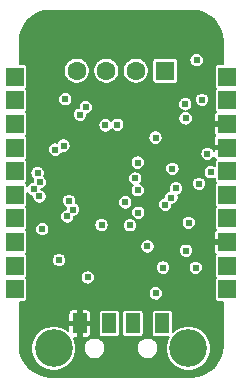
<source format=gbr>
G04 #@! TF.GenerationSoftware,KiCad,Pcbnew,(5.1.5)-2*
G04 #@! TF.CreationDate,2020-02-06T19:09:09-08:00*
G04 #@! TF.ProjectId,USB2RoMeLa_Boosted,55534232-526f-44d6-954c-615f426f6f73,rev?*
G04 #@! TF.SameCoordinates,Original*
G04 #@! TF.FileFunction,Copper,L2,Inr*
G04 #@! TF.FilePolarity,Positive*
%FSLAX46Y46*%
G04 Gerber Fmt 4.6, Leading zero omitted, Abs format (unit mm)*
G04 Created by KiCad (PCBNEW (5.1.5)-2) date 2020-02-06 19:09:09*
%MOMM*%
%LPD*%
G04 APERTURE LIST*
%ADD10C,1.600000*%
%ADD11R,1.600000X1.600000*%
%ADD12C,3.200000*%
%ADD13R,1.200000X1.700000*%
%ADD14R,1.524000X1.524000*%
%ADD15C,0.609600*%
%ADD16C,0.203200*%
G04 APERTURE END LIST*
D10*
X136250000Y-66500000D03*
X138750000Y-66500000D03*
X141250000Y-66500000D03*
D11*
X143750000Y-66500000D03*
D12*
X145700000Y-90000000D03*
X134300000Y-90000000D03*
D13*
X143500000Y-87900000D03*
X141000000Y-87900000D03*
X139000000Y-87900000D03*
X136500000Y-87900000D03*
D14*
X131000000Y-67000000D03*
X131000000Y-69000000D03*
X131000000Y-71000000D03*
X131000000Y-73000000D03*
X131000000Y-75000000D03*
X131000000Y-77000000D03*
X131000000Y-79000000D03*
X131000000Y-81000000D03*
X131000000Y-83000000D03*
X131000000Y-85000000D03*
X149000000Y-67000000D03*
X149000000Y-69000000D03*
X149000000Y-71000000D03*
X149000000Y-73000000D03*
X149000000Y-75000000D03*
X149000000Y-77000000D03*
X149000000Y-79000000D03*
X149000000Y-81000000D03*
X149000000Y-83000000D03*
X149000000Y-85000000D03*
D15*
X137142500Y-76167500D03*
X137142500Y-74861600D03*
X138882400Y-74861600D03*
X138867500Y-76167500D03*
X142476500Y-80411500D03*
X143708400Y-80449600D03*
X144551200Y-61983800D03*
X145186200Y-62618800D03*
X143916200Y-62618800D03*
X146604000Y-63774500D03*
X144000500Y-79141500D03*
X136761500Y-82062500D03*
X138069600Y-84488200D03*
X146073194Y-80773194D03*
X132761000Y-64346000D03*
X134208800Y-67343200D03*
X143683000Y-76157000D03*
X139009400Y-86317000D03*
X144902194Y-84742200D03*
X146350000Y-84767600D03*
X141295400Y-83726200D03*
X139669800Y-81922800D03*
X134183400Y-84132600D03*
X135707400Y-84462800D03*
X146547990Y-77998624D03*
X146451600Y-71813600D03*
X133299200Y-71170800D03*
X142946400Y-85351800D03*
X144343400Y-74810800D03*
X134742200Y-82532408D03*
X137180600Y-84005600D03*
X145740400Y-79382800D03*
X145500000Y-81750000D03*
X146604000Y-76080800D03*
X143556000Y-83167400D03*
X146400000Y-65600000D03*
X145435600Y-69324400D03*
X145465800Y-70535800D03*
X144648200Y-76461800D03*
X138349000Y-79560600D03*
X144254500Y-77236500D03*
X143733800Y-77833400D03*
X142235836Y-81379854D03*
X140762000Y-79586000D03*
X141422400Y-76614200D03*
X133324600Y-79908400D03*
X141422400Y-74277400D03*
X134416800Y-73177400D03*
X132938800Y-75166400D03*
X146324600Y-83192800D03*
X141448771Y-78532971D03*
X146858000Y-68968800D03*
X135128000Y-72847200D03*
X147594596Y-75090200D03*
X147315200Y-73540800D03*
X141193800Y-75623600D03*
X136525000Y-70231000D03*
X135432800Y-78841600D03*
X133116600Y-75928400D03*
X137007600Y-69596000D03*
X135275600Y-68918000D03*
X132608600Y-76538000D03*
X138679200Y-71127800D03*
X135585200Y-77520800D03*
X135936000Y-78252500D03*
X142921000Y-72169200D03*
X140355600Y-77647800D03*
X139670450Y-71077390D03*
X133091200Y-77147600D03*
D16*
G36*
X146503700Y-61456130D02*
G01*
X146988215Y-61602413D01*
X147435089Y-61840020D01*
X147827299Y-62159900D01*
X148149910Y-62549868D01*
X148390628Y-62995069D01*
X148540293Y-63478552D01*
X148595200Y-64000970D01*
X148595200Y-65931726D01*
X148238000Y-65931726D01*
X148178249Y-65937611D01*
X148120794Y-65955040D01*
X148067843Y-65983342D01*
X148021432Y-66021432D01*
X147983342Y-66067843D01*
X147955040Y-66120794D01*
X147937611Y-66178249D01*
X147931726Y-66238000D01*
X147931726Y-67762000D01*
X147937611Y-67821751D01*
X147955040Y-67879206D01*
X147983342Y-67932157D01*
X148021432Y-67978568D01*
X148047546Y-68000000D01*
X148021432Y-68021432D01*
X147983342Y-68067843D01*
X147955040Y-68120794D01*
X147937611Y-68178249D01*
X147931726Y-68238000D01*
X147931726Y-69762000D01*
X147937611Y-69821751D01*
X147955040Y-69879206D01*
X147983342Y-69932157D01*
X148010224Y-69964911D01*
X147985336Y-69985336D01*
X147940898Y-70039483D01*
X147907878Y-70101259D01*
X147887545Y-70168290D01*
X147880679Y-70238000D01*
X147882400Y-70758700D01*
X147971300Y-70847600D01*
X148595200Y-70847600D01*
X148595200Y-71152400D01*
X147971300Y-71152400D01*
X147882400Y-71241300D01*
X147880679Y-71762000D01*
X147887545Y-71831710D01*
X147907878Y-71898741D01*
X147940898Y-71960517D01*
X147973301Y-72000000D01*
X147940898Y-72039483D01*
X147907878Y-72101259D01*
X147887545Y-72168290D01*
X147880679Y-72238000D01*
X147882400Y-72758700D01*
X147971300Y-72847600D01*
X148595200Y-72847600D01*
X148595200Y-73152400D01*
X147971300Y-73152400D01*
X147882400Y-73241300D01*
X147882151Y-73316578D01*
X147855421Y-73252046D01*
X147788708Y-73152202D01*
X147703798Y-73067292D01*
X147603954Y-73000579D01*
X147493014Y-72954626D01*
X147375240Y-72931200D01*
X147255160Y-72931200D01*
X147137386Y-72954626D01*
X147026446Y-73000579D01*
X146926602Y-73067292D01*
X146841692Y-73152202D01*
X146774979Y-73252046D01*
X146729026Y-73362986D01*
X146705600Y-73480760D01*
X146705600Y-73600840D01*
X146729026Y-73718614D01*
X146774979Y-73829554D01*
X146841692Y-73929398D01*
X146926602Y-74014308D01*
X147026446Y-74081021D01*
X147137386Y-74126974D01*
X147255160Y-74150400D01*
X147375240Y-74150400D01*
X147493014Y-74126974D01*
X147603954Y-74081021D01*
X147703798Y-74014308D01*
X147788708Y-73929398D01*
X147855421Y-73829554D01*
X147881202Y-73767313D01*
X147887545Y-73831710D01*
X147907878Y-73898741D01*
X147940898Y-73960517D01*
X147985336Y-74014664D01*
X148010224Y-74035089D01*
X147983342Y-74067843D01*
X147955040Y-74120794D01*
X147937611Y-74178249D01*
X147931726Y-74238000D01*
X147931726Y-74582303D01*
X147883350Y-74549979D01*
X147772410Y-74504026D01*
X147654636Y-74480600D01*
X147534556Y-74480600D01*
X147416782Y-74504026D01*
X147305842Y-74549979D01*
X147205998Y-74616692D01*
X147121088Y-74701602D01*
X147054375Y-74801446D01*
X147008422Y-74912386D01*
X146984996Y-75030160D01*
X146984996Y-75150240D01*
X147008422Y-75268014D01*
X147054375Y-75378954D01*
X147121088Y-75478798D01*
X147205998Y-75563708D01*
X147305842Y-75630421D01*
X147416782Y-75676374D01*
X147534556Y-75699800D01*
X147654636Y-75699800D01*
X147772410Y-75676374D01*
X147883350Y-75630421D01*
X147931726Y-75598097D01*
X147931726Y-75762000D01*
X147937611Y-75821751D01*
X147955040Y-75879206D01*
X147983342Y-75932157D01*
X148021432Y-75978568D01*
X148047546Y-76000000D01*
X148021432Y-76021432D01*
X147983342Y-76067843D01*
X147955040Y-76120794D01*
X147937611Y-76178249D01*
X147931726Y-76238000D01*
X147931726Y-77762000D01*
X147937611Y-77821751D01*
X147955040Y-77879206D01*
X147983342Y-77932157D01*
X148021432Y-77978568D01*
X148047546Y-78000000D01*
X148021432Y-78021432D01*
X147983342Y-78067843D01*
X147955040Y-78120794D01*
X147937611Y-78178249D01*
X147931726Y-78238000D01*
X147931726Y-79762000D01*
X147937611Y-79821751D01*
X147955040Y-79879206D01*
X147983342Y-79932157D01*
X148010224Y-79964911D01*
X147985336Y-79985336D01*
X147940898Y-80039483D01*
X147907878Y-80101259D01*
X147887545Y-80168290D01*
X147880679Y-80238000D01*
X147882400Y-80758700D01*
X147971300Y-80847600D01*
X148595201Y-80847600D01*
X148595201Y-81152400D01*
X147971300Y-81152400D01*
X147882400Y-81241300D01*
X147880679Y-81762000D01*
X147887545Y-81831710D01*
X147907878Y-81898741D01*
X147940898Y-81960517D01*
X147985336Y-82014664D01*
X148010224Y-82035089D01*
X147983342Y-82067843D01*
X147955040Y-82120794D01*
X147937611Y-82178249D01*
X147931726Y-82238000D01*
X147931726Y-83762000D01*
X147937611Y-83821751D01*
X147955040Y-83879206D01*
X147983342Y-83932157D01*
X148021432Y-83978568D01*
X148047546Y-84000000D01*
X148021432Y-84021432D01*
X147983342Y-84067843D01*
X147955040Y-84120794D01*
X147937611Y-84178249D01*
X147931726Y-84238000D01*
X147931726Y-85762000D01*
X147937611Y-85821751D01*
X147955040Y-85879206D01*
X147983342Y-85932157D01*
X148021432Y-85978568D01*
X148067843Y-86016658D01*
X148120794Y-86044960D01*
X148178249Y-86062389D01*
X148238000Y-86068274D01*
X148595201Y-86068274D01*
X148595201Y-89780193D01*
X148543870Y-90303700D01*
X148397587Y-90788215D01*
X148159981Y-91235087D01*
X147840101Y-91627299D01*
X147450132Y-91949910D01*
X147004931Y-92190628D01*
X146521443Y-92340293D01*
X145999039Y-92395200D01*
X134019797Y-92395200D01*
X133496300Y-92343870D01*
X133011785Y-92197587D01*
X132564913Y-91959981D01*
X132172701Y-91640101D01*
X131850090Y-91250132D01*
X131609372Y-90804931D01*
X131459707Y-90321443D01*
X131406204Y-89812394D01*
X132395200Y-89812394D01*
X132395200Y-90187606D01*
X132468400Y-90555610D01*
X132611988Y-90902261D01*
X132820445Y-91214240D01*
X133085760Y-91479555D01*
X133397739Y-91688012D01*
X133744390Y-91831600D01*
X134112394Y-91904800D01*
X134487606Y-91904800D01*
X134855610Y-91831600D01*
X135202261Y-91688012D01*
X135514240Y-91479555D01*
X135779555Y-91214240D01*
X135988012Y-90902261D01*
X136131600Y-90555610D01*
X136204800Y-90187606D01*
X136204800Y-89910885D01*
X136845200Y-89910885D01*
X136845200Y-90089115D01*
X136879971Y-90263920D01*
X136948177Y-90428584D01*
X137047196Y-90576776D01*
X137173224Y-90702804D01*
X137321416Y-90801823D01*
X137486080Y-90870029D01*
X137660885Y-90904800D01*
X137839115Y-90904800D01*
X138013920Y-90870029D01*
X138178584Y-90801823D01*
X138326776Y-90702804D01*
X138452804Y-90576776D01*
X138551823Y-90428584D01*
X138620029Y-90263920D01*
X138654800Y-90089115D01*
X138654800Y-89910885D01*
X141345200Y-89910885D01*
X141345200Y-90089115D01*
X141379971Y-90263920D01*
X141448177Y-90428584D01*
X141547196Y-90576776D01*
X141673224Y-90702804D01*
X141821416Y-90801823D01*
X141986080Y-90870029D01*
X142160885Y-90904800D01*
X142339115Y-90904800D01*
X142513920Y-90870029D01*
X142678584Y-90801823D01*
X142826776Y-90702804D01*
X142952804Y-90576776D01*
X143051823Y-90428584D01*
X143120029Y-90263920D01*
X143154800Y-90089115D01*
X143154800Y-89910885D01*
X143120029Y-89736080D01*
X143051823Y-89571416D01*
X142952804Y-89423224D01*
X142826776Y-89297196D01*
X142678584Y-89198177D01*
X142513920Y-89129971D01*
X142339115Y-89095200D01*
X142160885Y-89095200D01*
X141986080Y-89129971D01*
X141821416Y-89198177D01*
X141673224Y-89297196D01*
X141547196Y-89423224D01*
X141448177Y-89571416D01*
X141379971Y-89736080D01*
X141345200Y-89910885D01*
X138654800Y-89910885D01*
X138620029Y-89736080D01*
X138551823Y-89571416D01*
X138452804Y-89423224D01*
X138326776Y-89297196D01*
X138178584Y-89198177D01*
X138013920Y-89129971D01*
X137839115Y-89095200D01*
X137660885Y-89095200D01*
X137486080Y-89129971D01*
X137321416Y-89198177D01*
X137173224Y-89297196D01*
X137047196Y-89423224D01*
X136948177Y-89571416D01*
X136879971Y-89736080D01*
X136845200Y-89910885D01*
X136204800Y-89910885D01*
X136204800Y-89812394D01*
X136131600Y-89444390D01*
X135991799Y-89106881D01*
X136258700Y-89105600D01*
X136347600Y-89016700D01*
X136347600Y-88052400D01*
X136652400Y-88052400D01*
X136652400Y-89016700D01*
X136741300Y-89105600D01*
X137100000Y-89107321D01*
X137169710Y-89100455D01*
X137236741Y-89080122D01*
X137298517Y-89047102D01*
X137352664Y-89002664D01*
X137397102Y-88948517D01*
X137430122Y-88886741D01*
X137450455Y-88819710D01*
X137457321Y-88750000D01*
X137455600Y-88141300D01*
X137366700Y-88052400D01*
X136652400Y-88052400D01*
X136347600Y-88052400D01*
X135633300Y-88052400D01*
X135544400Y-88141300D01*
X135543246Y-88549451D01*
X135514240Y-88520445D01*
X135202261Y-88311988D01*
X134855610Y-88168400D01*
X134487606Y-88095200D01*
X134112394Y-88095200D01*
X133744390Y-88168400D01*
X133397739Y-88311988D01*
X133085760Y-88520445D01*
X132820445Y-88785760D01*
X132611988Y-89097739D01*
X132468400Y-89444390D01*
X132395200Y-89812394D01*
X131406204Y-89812394D01*
X131404800Y-89799039D01*
X131404800Y-87050000D01*
X135542679Y-87050000D01*
X135544400Y-87658700D01*
X135633300Y-87747600D01*
X136347600Y-87747600D01*
X136347600Y-86783300D01*
X136652400Y-86783300D01*
X136652400Y-87747600D01*
X137366700Y-87747600D01*
X137455600Y-87658700D01*
X137457321Y-87050000D01*
X138093726Y-87050000D01*
X138093726Y-88750000D01*
X138099611Y-88809751D01*
X138117040Y-88867206D01*
X138145342Y-88920157D01*
X138183432Y-88966568D01*
X138229843Y-89004658D01*
X138282794Y-89032960D01*
X138340249Y-89050389D01*
X138400000Y-89056274D01*
X139600000Y-89056274D01*
X139659751Y-89050389D01*
X139717206Y-89032960D01*
X139770157Y-89004658D01*
X139816568Y-88966568D01*
X139854658Y-88920157D01*
X139882960Y-88867206D01*
X139900389Y-88809751D01*
X139906274Y-88750000D01*
X139906274Y-87050000D01*
X140093726Y-87050000D01*
X140093726Y-88750000D01*
X140099611Y-88809751D01*
X140117040Y-88867206D01*
X140145342Y-88920157D01*
X140183432Y-88966568D01*
X140229843Y-89004658D01*
X140282794Y-89032960D01*
X140340249Y-89050389D01*
X140400000Y-89056274D01*
X141600000Y-89056274D01*
X141659751Y-89050389D01*
X141717206Y-89032960D01*
X141770157Y-89004658D01*
X141816568Y-88966568D01*
X141854658Y-88920157D01*
X141882960Y-88867206D01*
X141900389Y-88809751D01*
X141906274Y-88750000D01*
X141906274Y-87050000D01*
X142593726Y-87050000D01*
X142593726Y-88750000D01*
X142599611Y-88809751D01*
X142617040Y-88867206D01*
X142645342Y-88920157D01*
X142683432Y-88966568D01*
X142729843Y-89004658D01*
X142782794Y-89032960D01*
X142840249Y-89050389D01*
X142900000Y-89056274D01*
X144039694Y-89056274D01*
X144011988Y-89097739D01*
X143868400Y-89444390D01*
X143795200Y-89812394D01*
X143795200Y-90187606D01*
X143868400Y-90555610D01*
X144011988Y-90902261D01*
X144220445Y-91214240D01*
X144485760Y-91479555D01*
X144797739Y-91688012D01*
X145144390Y-91831600D01*
X145512394Y-91904800D01*
X145887606Y-91904800D01*
X146255610Y-91831600D01*
X146602261Y-91688012D01*
X146914240Y-91479555D01*
X147179555Y-91214240D01*
X147388012Y-90902261D01*
X147531600Y-90555610D01*
X147604800Y-90187606D01*
X147604800Y-89812394D01*
X147531600Y-89444390D01*
X147388012Y-89097739D01*
X147179555Y-88785760D01*
X146914240Y-88520445D01*
X146602261Y-88311988D01*
X146255610Y-88168400D01*
X145887606Y-88095200D01*
X145512394Y-88095200D01*
X145144390Y-88168400D01*
X144797739Y-88311988D01*
X144485760Y-88520445D01*
X144406274Y-88599931D01*
X144406274Y-87050000D01*
X144400389Y-86990249D01*
X144382960Y-86932794D01*
X144354658Y-86879843D01*
X144316568Y-86833432D01*
X144270157Y-86795342D01*
X144217206Y-86767040D01*
X144159751Y-86749611D01*
X144100000Y-86743726D01*
X142900000Y-86743726D01*
X142840249Y-86749611D01*
X142782794Y-86767040D01*
X142729843Y-86795342D01*
X142683432Y-86833432D01*
X142645342Y-86879843D01*
X142617040Y-86932794D01*
X142599611Y-86990249D01*
X142593726Y-87050000D01*
X141906274Y-87050000D01*
X141900389Y-86990249D01*
X141882960Y-86932794D01*
X141854658Y-86879843D01*
X141816568Y-86833432D01*
X141770157Y-86795342D01*
X141717206Y-86767040D01*
X141659751Y-86749611D01*
X141600000Y-86743726D01*
X140400000Y-86743726D01*
X140340249Y-86749611D01*
X140282794Y-86767040D01*
X140229843Y-86795342D01*
X140183432Y-86833432D01*
X140145342Y-86879843D01*
X140117040Y-86932794D01*
X140099611Y-86990249D01*
X140093726Y-87050000D01*
X139906274Y-87050000D01*
X139900389Y-86990249D01*
X139882960Y-86932794D01*
X139854658Y-86879843D01*
X139816568Y-86833432D01*
X139770157Y-86795342D01*
X139717206Y-86767040D01*
X139659751Y-86749611D01*
X139600000Y-86743726D01*
X138400000Y-86743726D01*
X138340249Y-86749611D01*
X138282794Y-86767040D01*
X138229843Y-86795342D01*
X138183432Y-86833432D01*
X138145342Y-86879843D01*
X138117040Y-86932794D01*
X138099611Y-86990249D01*
X138093726Y-87050000D01*
X137457321Y-87050000D01*
X137450455Y-86980290D01*
X137430122Y-86913259D01*
X137397102Y-86851483D01*
X137352664Y-86797336D01*
X137298517Y-86752898D01*
X137236741Y-86719878D01*
X137169710Y-86699545D01*
X137100000Y-86692679D01*
X136741300Y-86694400D01*
X136652400Y-86783300D01*
X136347600Y-86783300D01*
X136258700Y-86694400D01*
X135900000Y-86692679D01*
X135830290Y-86699545D01*
X135763259Y-86719878D01*
X135701483Y-86752898D01*
X135647336Y-86797336D01*
X135602898Y-86851483D01*
X135569878Y-86913259D01*
X135549545Y-86980290D01*
X135542679Y-87050000D01*
X131404800Y-87050000D01*
X131404800Y-86068274D01*
X131762000Y-86068274D01*
X131821751Y-86062389D01*
X131879206Y-86044960D01*
X131932157Y-86016658D01*
X131978568Y-85978568D01*
X132016658Y-85932157D01*
X132044960Y-85879206D01*
X132062389Y-85821751D01*
X132068274Y-85762000D01*
X132068274Y-85291760D01*
X142336800Y-85291760D01*
X142336800Y-85411840D01*
X142360226Y-85529614D01*
X142406179Y-85640554D01*
X142472892Y-85740398D01*
X142557802Y-85825308D01*
X142657646Y-85892021D01*
X142768586Y-85937974D01*
X142886360Y-85961400D01*
X143006440Y-85961400D01*
X143124214Y-85937974D01*
X143235154Y-85892021D01*
X143334998Y-85825308D01*
X143419908Y-85740398D01*
X143486621Y-85640554D01*
X143532574Y-85529614D01*
X143556000Y-85411840D01*
X143556000Y-85291760D01*
X143532574Y-85173986D01*
X143486621Y-85063046D01*
X143419908Y-84963202D01*
X143334998Y-84878292D01*
X143235154Y-84811579D01*
X143124214Y-84765626D01*
X143006440Y-84742200D01*
X142886360Y-84742200D01*
X142768586Y-84765626D01*
X142657646Y-84811579D01*
X142557802Y-84878292D01*
X142472892Y-84963202D01*
X142406179Y-85063046D01*
X142360226Y-85173986D01*
X142336800Y-85291760D01*
X132068274Y-85291760D01*
X132068274Y-84238000D01*
X132062389Y-84178249D01*
X132044960Y-84120794D01*
X132016658Y-84067843D01*
X131978568Y-84021432D01*
X131952454Y-84000000D01*
X131978568Y-83978568D01*
X132005658Y-83945560D01*
X136571000Y-83945560D01*
X136571000Y-84065640D01*
X136594426Y-84183414D01*
X136640379Y-84294354D01*
X136707092Y-84394198D01*
X136792002Y-84479108D01*
X136891846Y-84545821D01*
X137002786Y-84591774D01*
X137120560Y-84615200D01*
X137240640Y-84615200D01*
X137358414Y-84591774D01*
X137469354Y-84545821D01*
X137569198Y-84479108D01*
X137654108Y-84394198D01*
X137720821Y-84294354D01*
X137766774Y-84183414D01*
X137790200Y-84065640D01*
X137790200Y-83945560D01*
X137766774Y-83827786D01*
X137720821Y-83716846D01*
X137654108Y-83617002D01*
X137569198Y-83532092D01*
X137469354Y-83465379D01*
X137358414Y-83419426D01*
X137240640Y-83396000D01*
X137120560Y-83396000D01*
X137002786Y-83419426D01*
X136891846Y-83465379D01*
X136792002Y-83532092D01*
X136707092Y-83617002D01*
X136640379Y-83716846D01*
X136594426Y-83827786D01*
X136571000Y-83945560D01*
X132005658Y-83945560D01*
X132016658Y-83932157D01*
X132044960Y-83879206D01*
X132062389Y-83821751D01*
X132068274Y-83762000D01*
X132068274Y-82472368D01*
X134132600Y-82472368D01*
X134132600Y-82592448D01*
X134156026Y-82710222D01*
X134201979Y-82821162D01*
X134268692Y-82921006D01*
X134353602Y-83005916D01*
X134453446Y-83072629D01*
X134564386Y-83118582D01*
X134682160Y-83142008D01*
X134802240Y-83142008D01*
X134920014Y-83118582D01*
X134947106Y-83107360D01*
X142946400Y-83107360D01*
X142946400Y-83227440D01*
X142969826Y-83345214D01*
X143015779Y-83456154D01*
X143082492Y-83555998D01*
X143167402Y-83640908D01*
X143267246Y-83707621D01*
X143378186Y-83753574D01*
X143495960Y-83777000D01*
X143616040Y-83777000D01*
X143733814Y-83753574D01*
X143844754Y-83707621D01*
X143944598Y-83640908D01*
X144029508Y-83555998D01*
X144096221Y-83456154D01*
X144142174Y-83345214D01*
X144165600Y-83227440D01*
X144165600Y-83132760D01*
X145715000Y-83132760D01*
X145715000Y-83252840D01*
X145738426Y-83370614D01*
X145784379Y-83481554D01*
X145851092Y-83581398D01*
X145936002Y-83666308D01*
X146035846Y-83733021D01*
X146146786Y-83778974D01*
X146264560Y-83802400D01*
X146384640Y-83802400D01*
X146502414Y-83778974D01*
X146613354Y-83733021D01*
X146713198Y-83666308D01*
X146798108Y-83581398D01*
X146864821Y-83481554D01*
X146910774Y-83370614D01*
X146934200Y-83252840D01*
X146934200Y-83132760D01*
X146910774Y-83014986D01*
X146864821Y-82904046D01*
X146798108Y-82804202D01*
X146713198Y-82719292D01*
X146613354Y-82652579D01*
X146502414Y-82606626D01*
X146384640Y-82583200D01*
X146264560Y-82583200D01*
X146146786Y-82606626D01*
X146035846Y-82652579D01*
X145936002Y-82719292D01*
X145851092Y-82804202D01*
X145784379Y-82904046D01*
X145738426Y-83014986D01*
X145715000Y-83132760D01*
X144165600Y-83132760D01*
X144165600Y-83107360D01*
X144142174Y-82989586D01*
X144096221Y-82878646D01*
X144029508Y-82778802D01*
X143944598Y-82693892D01*
X143844754Y-82627179D01*
X143733814Y-82581226D01*
X143616040Y-82557800D01*
X143495960Y-82557800D01*
X143378186Y-82581226D01*
X143267246Y-82627179D01*
X143167402Y-82693892D01*
X143082492Y-82778802D01*
X143015779Y-82878646D01*
X142969826Y-82989586D01*
X142946400Y-83107360D01*
X134947106Y-83107360D01*
X135030954Y-83072629D01*
X135130798Y-83005916D01*
X135215708Y-82921006D01*
X135282421Y-82821162D01*
X135328374Y-82710222D01*
X135351800Y-82592448D01*
X135351800Y-82472368D01*
X135328374Y-82354594D01*
X135282421Y-82243654D01*
X135215708Y-82143810D01*
X135130798Y-82058900D01*
X135030954Y-81992187D01*
X134920014Y-81946234D01*
X134802240Y-81922808D01*
X134682160Y-81922808D01*
X134564386Y-81946234D01*
X134453446Y-81992187D01*
X134353602Y-82058900D01*
X134268692Y-82143810D01*
X134201979Y-82243654D01*
X134156026Y-82354594D01*
X134132600Y-82472368D01*
X132068274Y-82472368D01*
X132068274Y-82238000D01*
X132062389Y-82178249D01*
X132044960Y-82120794D01*
X132016658Y-82067843D01*
X131978568Y-82021432D01*
X131952454Y-82000000D01*
X131978568Y-81978568D01*
X132016658Y-81932157D01*
X132044960Y-81879206D01*
X132062389Y-81821751D01*
X132068274Y-81762000D01*
X132068274Y-81319814D01*
X141626236Y-81319814D01*
X141626236Y-81439894D01*
X141649662Y-81557668D01*
X141695615Y-81668608D01*
X141762328Y-81768452D01*
X141847238Y-81853362D01*
X141947082Y-81920075D01*
X142058022Y-81966028D01*
X142175796Y-81989454D01*
X142295876Y-81989454D01*
X142413650Y-81966028D01*
X142524590Y-81920075D01*
X142624434Y-81853362D01*
X142709344Y-81768452D01*
X142761790Y-81689960D01*
X144890400Y-81689960D01*
X144890400Y-81810040D01*
X144913826Y-81927814D01*
X144959779Y-82038754D01*
X145026492Y-82138598D01*
X145111402Y-82223508D01*
X145211246Y-82290221D01*
X145322186Y-82336174D01*
X145439960Y-82359600D01*
X145560040Y-82359600D01*
X145677814Y-82336174D01*
X145788754Y-82290221D01*
X145888598Y-82223508D01*
X145973508Y-82138598D01*
X146040221Y-82038754D01*
X146086174Y-81927814D01*
X146109600Y-81810040D01*
X146109600Y-81689960D01*
X146086174Y-81572186D01*
X146040221Y-81461246D01*
X145973508Y-81361402D01*
X145888598Y-81276492D01*
X145788754Y-81209779D01*
X145677814Y-81163826D01*
X145560040Y-81140400D01*
X145439960Y-81140400D01*
X145322186Y-81163826D01*
X145211246Y-81209779D01*
X145111402Y-81276492D01*
X145026492Y-81361402D01*
X144959779Y-81461246D01*
X144913826Y-81572186D01*
X144890400Y-81689960D01*
X142761790Y-81689960D01*
X142776057Y-81668608D01*
X142822010Y-81557668D01*
X142845436Y-81439894D01*
X142845436Y-81319814D01*
X142822010Y-81202040D01*
X142776057Y-81091100D01*
X142709344Y-80991256D01*
X142624434Y-80906346D01*
X142524590Y-80839633D01*
X142413650Y-80793680D01*
X142295876Y-80770254D01*
X142175796Y-80770254D01*
X142058022Y-80793680D01*
X141947082Y-80839633D01*
X141847238Y-80906346D01*
X141762328Y-80991256D01*
X141695615Y-81091100D01*
X141649662Y-81202040D01*
X141626236Y-81319814D01*
X132068274Y-81319814D01*
X132068274Y-80238000D01*
X132062389Y-80178249D01*
X132044960Y-80120794D01*
X132016658Y-80067843D01*
X131978568Y-80021432D01*
X131952454Y-80000000D01*
X131978568Y-79978568D01*
X132016658Y-79932157D01*
X132044960Y-79879206D01*
X132054317Y-79848360D01*
X132715000Y-79848360D01*
X132715000Y-79968440D01*
X132738426Y-80086214D01*
X132784379Y-80197154D01*
X132851092Y-80296998D01*
X132936002Y-80381908D01*
X133035846Y-80448621D01*
X133146786Y-80494574D01*
X133264560Y-80518000D01*
X133384640Y-80518000D01*
X133502414Y-80494574D01*
X133613354Y-80448621D01*
X133713198Y-80381908D01*
X133798108Y-80296998D01*
X133864821Y-80197154D01*
X133910774Y-80086214D01*
X133934200Y-79968440D01*
X133934200Y-79848360D01*
X133910774Y-79730586D01*
X133864821Y-79619646D01*
X133798108Y-79519802D01*
X133778866Y-79500560D01*
X137739400Y-79500560D01*
X137739400Y-79620640D01*
X137762826Y-79738414D01*
X137808779Y-79849354D01*
X137875492Y-79949198D01*
X137960402Y-80034108D01*
X138060246Y-80100821D01*
X138171186Y-80146774D01*
X138288960Y-80170200D01*
X138409040Y-80170200D01*
X138526814Y-80146774D01*
X138637754Y-80100821D01*
X138737598Y-80034108D01*
X138822508Y-79949198D01*
X138889221Y-79849354D01*
X138935174Y-79738414D01*
X138958600Y-79620640D01*
X138958600Y-79525960D01*
X140152400Y-79525960D01*
X140152400Y-79646040D01*
X140175826Y-79763814D01*
X140221779Y-79874754D01*
X140288492Y-79974598D01*
X140373402Y-80059508D01*
X140473246Y-80126221D01*
X140584186Y-80172174D01*
X140701960Y-80195600D01*
X140822040Y-80195600D01*
X140939814Y-80172174D01*
X141050754Y-80126221D01*
X141150598Y-80059508D01*
X141235508Y-79974598D01*
X141302221Y-79874754D01*
X141348174Y-79763814D01*
X141371600Y-79646040D01*
X141371600Y-79525960D01*
X141348174Y-79408186D01*
X141312790Y-79322760D01*
X145130800Y-79322760D01*
X145130800Y-79442840D01*
X145154226Y-79560614D01*
X145200179Y-79671554D01*
X145266892Y-79771398D01*
X145351802Y-79856308D01*
X145451646Y-79923021D01*
X145562586Y-79968974D01*
X145680360Y-79992400D01*
X145800440Y-79992400D01*
X145918214Y-79968974D01*
X146029154Y-79923021D01*
X146128998Y-79856308D01*
X146213908Y-79771398D01*
X146280621Y-79671554D01*
X146326574Y-79560614D01*
X146350000Y-79442840D01*
X146350000Y-79322760D01*
X146326574Y-79204986D01*
X146280621Y-79094046D01*
X146213908Y-78994202D01*
X146128998Y-78909292D01*
X146029154Y-78842579D01*
X145918214Y-78796626D01*
X145800440Y-78773200D01*
X145680360Y-78773200D01*
X145562586Y-78796626D01*
X145451646Y-78842579D01*
X145351802Y-78909292D01*
X145266892Y-78994202D01*
X145200179Y-79094046D01*
X145154226Y-79204986D01*
X145130800Y-79322760D01*
X141312790Y-79322760D01*
X141302221Y-79297246D01*
X141235508Y-79197402D01*
X141150598Y-79112492D01*
X141050754Y-79045779D01*
X140939814Y-78999826D01*
X140822040Y-78976400D01*
X140701960Y-78976400D01*
X140584186Y-78999826D01*
X140473246Y-79045779D01*
X140373402Y-79112492D01*
X140288492Y-79197402D01*
X140221779Y-79297246D01*
X140175826Y-79408186D01*
X140152400Y-79525960D01*
X138958600Y-79525960D01*
X138958600Y-79500560D01*
X138935174Y-79382786D01*
X138889221Y-79271846D01*
X138822508Y-79172002D01*
X138737598Y-79087092D01*
X138637754Y-79020379D01*
X138526814Y-78974426D01*
X138409040Y-78951000D01*
X138288960Y-78951000D01*
X138171186Y-78974426D01*
X138060246Y-79020379D01*
X137960402Y-79087092D01*
X137875492Y-79172002D01*
X137808779Y-79271846D01*
X137762826Y-79382786D01*
X137739400Y-79500560D01*
X133778866Y-79500560D01*
X133713198Y-79434892D01*
X133613354Y-79368179D01*
X133502414Y-79322226D01*
X133384640Y-79298800D01*
X133264560Y-79298800D01*
X133146786Y-79322226D01*
X133035846Y-79368179D01*
X132936002Y-79434892D01*
X132851092Y-79519802D01*
X132784379Y-79619646D01*
X132738426Y-79730586D01*
X132715000Y-79848360D01*
X132054317Y-79848360D01*
X132062389Y-79821751D01*
X132068274Y-79762000D01*
X132068274Y-78781560D01*
X134823200Y-78781560D01*
X134823200Y-78901640D01*
X134846626Y-79019414D01*
X134892579Y-79130354D01*
X134959292Y-79230198D01*
X135044202Y-79315108D01*
X135144046Y-79381821D01*
X135254986Y-79427774D01*
X135372760Y-79451200D01*
X135492840Y-79451200D01*
X135610614Y-79427774D01*
X135721554Y-79381821D01*
X135821398Y-79315108D01*
X135906308Y-79230198D01*
X135973021Y-79130354D01*
X136018974Y-79019414D01*
X136042400Y-78901640D01*
X136042400Y-78852879D01*
X136113814Y-78838674D01*
X136224754Y-78792721D01*
X136324598Y-78726008D01*
X136409508Y-78641098D01*
X136476221Y-78541254D01*
X136504521Y-78472931D01*
X140839171Y-78472931D01*
X140839171Y-78593011D01*
X140862597Y-78710785D01*
X140908550Y-78821725D01*
X140975263Y-78921569D01*
X141060173Y-79006479D01*
X141160017Y-79073192D01*
X141270957Y-79119145D01*
X141388731Y-79142571D01*
X141508811Y-79142571D01*
X141626585Y-79119145D01*
X141737525Y-79073192D01*
X141837369Y-79006479D01*
X141922279Y-78921569D01*
X141988992Y-78821725D01*
X142034945Y-78710785D01*
X142058371Y-78593011D01*
X142058371Y-78472931D01*
X142034945Y-78355157D01*
X141988992Y-78244217D01*
X141922279Y-78144373D01*
X141837369Y-78059463D01*
X141737525Y-77992750D01*
X141626585Y-77946797D01*
X141508811Y-77923371D01*
X141388731Y-77923371D01*
X141270957Y-77946797D01*
X141160017Y-77992750D01*
X141060173Y-78059463D01*
X140975263Y-78144373D01*
X140908550Y-78244217D01*
X140862597Y-78355157D01*
X140839171Y-78472931D01*
X136504521Y-78472931D01*
X136522174Y-78430314D01*
X136545600Y-78312540D01*
X136545600Y-78192460D01*
X136522174Y-78074686D01*
X136476221Y-77963746D01*
X136409508Y-77863902D01*
X136324598Y-77778992D01*
X136224754Y-77712279D01*
X136172926Y-77690811D01*
X136193423Y-77587760D01*
X139746000Y-77587760D01*
X139746000Y-77707840D01*
X139769426Y-77825614D01*
X139815379Y-77936554D01*
X139882092Y-78036398D01*
X139967002Y-78121308D01*
X140066846Y-78188021D01*
X140177786Y-78233974D01*
X140295560Y-78257400D01*
X140415640Y-78257400D01*
X140533414Y-78233974D01*
X140644354Y-78188021D01*
X140744198Y-78121308D01*
X140829108Y-78036398D01*
X140895821Y-77936554D01*
X140941774Y-77825614D01*
X140952167Y-77773360D01*
X143124200Y-77773360D01*
X143124200Y-77893440D01*
X143147626Y-78011214D01*
X143193579Y-78122154D01*
X143260292Y-78221998D01*
X143345202Y-78306908D01*
X143445046Y-78373621D01*
X143555986Y-78419574D01*
X143673760Y-78443000D01*
X143793840Y-78443000D01*
X143911614Y-78419574D01*
X144022554Y-78373621D01*
X144122398Y-78306908D01*
X144207308Y-78221998D01*
X144274021Y-78122154D01*
X144319974Y-78011214D01*
X144343400Y-77893440D01*
X144343400Y-77840360D01*
X144432314Y-77822674D01*
X144543254Y-77776721D01*
X144643098Y-77710008D01*
X144728008Y-77625098D01*
X144794721Y-77525254D01*
X144840674Y-77414314D01*
X144864100Y-77296540D01*
X144864100Y-77176460D01*
X144840674Y-77058686D01*
X144834740Y-77044360D01*
X144936954Y-77002021D01*
X145036798Y-76935308D01*
X145121708Y-76850398D01*
X145188421Y-76750554D01*
X145234374Y-76639614D01*
X145257800Y-76521840D01*
X145257800Y-76401760D01*
X145234374Y-76283986D01*
X145188421Y-76173046D01*
X145121708Y-76073202D01*
X145069266Y-76020760D01*
X145994400Y-76020760D01*
X145994400Y-76140840D01*
X146017826Y-76258614D01*
X146063779Y-76369554D01*
X146130492Y-76469398D01*
X146215402Y-76554308D01*
X146315246Y-76621021D01*
X146426186Y-76666974D01*
X146543960Y-76690400D01*
X146664040Y-76690400D01*
X146781814Y-76666974D01*
X146892754Y-76621021D01*
X146992598Y-76554308D01*
X147077508Y-76469398D01*
X147144221Y-76369554D01*
X147190174Y-76258614D01*
X147213600Y-76140840D01*
X147213600Y-76020760D01*
X147190174Y-75902986D01*
X147144221Y-75792046D01*
X147077508Y-75692202D01*
X146992598Y-75607292D01*
X146892754Y-75540579D01*
X146781814Y-75494626D01*
X146664040Y-75471200D01*
X146543960Y-75471200D01*
X146426186Y-75494626D01*
X146315246Y-75540579D01*
X146215402Y-75607292D01*
X146130492Y-75692202D01*
X146063779Y-75792046D01*
X146017826Y-75902986D01*
X145994400Y-76020760D01*
X145069266Y-76020760D01*
X145036798Y-75988292D01*
X144936954Y-75921579D01*
X144826014Y-75875626D01*
X144708240Y-75852200D01*
X144588160Y-75852200D01*
X144470386Y-75875626D01*
X144359446Y-75921579D01*
X144259602Y-75988292D01*
X144174692Y-76073202D01*
X144107979Y-76173046D01*
X144062026Y-76283986D01*
X144038600Y-76401760D01*
X144038600Y-76521840D01*
X144062026Y-76639614D01*
X144067960Y-76653940D01*
X143965746Y-76696279D01*
X143865902Y-76762992D01*
X143780992Y-76847902D01*
X143714279Y-76947746D01*
X143668326Y-77058686D01*
X143644900Y-77176460D01*
X143644900Y-77229540D01*
X143555986Y-77247226D01*
X143445046Y-77293179D01*
X143345202Y-77359892D01*
X143260292Y-77444802D01*
X143193579Y-77544646D01*
X143147626Y-77655586D01*
X143124200Y-77773360D01*
X140952167Y-77773360D01*
X140965200Y-77707840D01*
X140965200Y-77587760D01*
X140941774Y-77469986D01*
X140895821Y-77359046D01*
X140829108Y-77259202D01*
X140744198Y-77174292D01*
X140644354Y-77107579D01*
X140533414Y-77061626D01*
X140415640Y-77038200D01*
X140295560Y-77038200D01*
X140177786Y-77061626D01*
X140066846Y-77107579D01*
X139967002Y-77174292D01*
X139882092Y-77259202D01*
X139815379Y-77359046D01*
X139769426Y-77469986D01*
X139746000Y-77587760D01*
X136193423Y-77587760D01*
X136194800Y-77580840D01*
X136194800Y-77460760D01*
X136171374Y-77342986D01*
X136125421Y-77232046D01*
X136058708Y-77132202D01*
X135973798Y-77047292D01*
X135873954Y-76980579D01*
X135763014Y-76934626D01*
X135645240Y-76911200D01*
X135525160Y-76911200D01*
X135407386Y-76934626D01*
X135296446Y-76980579D01*
X135196602Y-77047292D01*
X135111692Y-77132202D01*
X135044979Y-77232046D01*
X134999026Y-77342986D01*
X134975600Y-77460760D01*
X134975600Y-77580840D01*
X134999026Y-77698614D01*
X135044979Y-77809554D01*
X135111692Y-77909398D01*
X135196602Y-77994308D01*
X135296446Y-78061021D01*
X135348274Y-78082489D01*
X135326400Y-78192460D01*
X135326400Y-78241221D01*
X135254986Y-78255426D01*
X135144046Y-78301379D01*
X135044202Y-78368092D01*
X134959292Y-78453002D01*
X134892579Y-78552846D01*
X134846626Y-78663786D01*
X134823200Y-78781560D01*
X132068274Y-78781560D01*
X132068274Y-78238000D01*
X132062389Y-78178249D01*
X132044960Y-78120794D01*
X132016658Y-78067843D01*
X131978568Y-78021432D01*
X131952454Y-78000000D01*
X131978568Y-77978568D01*
X132016658Y-77932157D01*
X132044960Y-77879206D01*
X132062389Y-77821751D01*
X132068274Y-77762000D01*
X132068274Y-76826501D01*
X132068379Y-76826754D01*
X132135092Y-76926598D01*
X132220002Y-77011508D01*
X132319846Y-77078221D01*
X132430786Y-77124174D01*
X132481600Y-77134281D01*
X132481600Y-77207640D01*
X132505026Y-77325414D01*
X132550979Y-77436354D01*
X132617692Y-77536198D01*
X132702602Y-77621108D01*
X132802446Y-77687821D01*
X132913386Y-77733774D01*
X133031160Y-77757200D01*
X133151240Y-77757200D01*
X133269014Y-77733774D01*
X133379954Y-77687821D01*
X133479798Y-77621108D01*
X133564708Y-77536198D01*
X133631421Y-77436354D01*
X133677374Y-77325414D01*
X133700800Y-77207640D01*
X133700800Y-77087560D01*
X133677374Y-76969786D01*
X133631421Y-76858846D01*
X133564708Y-76759002D01*
X133479798Y-76674092D01*
X133379954Y-76607379D01*
X133269014Y-76561426D01*
X133218200Y-76551319D01*
X133218200Y-76529733D01*
X133294414Y-76514574D01*
X133405354Y-76468621D01*
X133505198Y-76401908D01*
X133590108Y-76316998D01*
X133656821Y-76217154D01*
X133702774Y-76106214D01*
X133726200Y-75988440D01*
X133726200Y-75868360D01*
X133702774Y-75750586D01*
X133656821Y-75639646D01*
X133605983Y-75563560D01*
X140584200Y-75563560D01*
X140584200Y-75683640D01*
X140607626Y-75801414D01*
X140653579Y-75912354D01*
X140720292Y-76012198D01*
X140805202Y-76097108D01*
X140905046Y-76163821D01*
X140979735Y-76194759D01*
X140948892Y-76225602D01*
X140882179Y-76325446D01*
X140836226Y-76436386D01*
X140812800Y-76554160D01*
X140812800Y-76674240D01*
X140836226Y-76792014D01*
X140882179Y-76902954D01*
X140948892Y-77002798D01*
X141033802Y-77087708D01*
X141133646Y-77154421D01*
X141244586Y-77200374D01*
X141362360Y-77223800D01*
X141482440Y-77223800D01*
X141600214Y-77200374D01*
X141711154Y-77154421D01*
X141810998Y-77087708D01*
X141895908Y-77002798D01*
X141962621Y-76902954D01*
X142008574Y-76792014D01*
X142032000Y-76674240D01*
X142032000Y-76554160D01*
X142008574Y-76436386D01*
X141962621Y-76325446D01*
X141895908Y-76225602D01*
X141810998Y-76140692D01*
X141711154Y-76073979D01*
X141636465Y-76043041D01*
X141667308Y-76012198D01*
X141734021Y-75912354D01*
X141779974Y-75801414D01*
X141803400Y-75683640D01*
X141803400Y-75563560D01*
X141779974Y-75445786D01*
X141734021Y-75334846D01*
X141667308Y-75235002D01*
X141582398Y-75150092D01*
X141482554Y-75083379D01*
X141371614Y-75037426D01*
X141253840Y-75014000D01*
X141133760Y-75014000D01*
X141015986Y-75037426D01*
X140905046Y-75083379D01*
X140805202Y-75150092D01*
X140720292Y-75235002D01*
X140653579Y-75334846D01*
X140607626Y-75445786D01*
X140584200Y-75563560D01*
X133605983Y-75563560D01*
X133590108Y-75539802D01*
X133505198Y-75454892D01*
X133484780Y-75441250D01*
X133524974Y-75344214D01*
X133548400Y-75226440D01*
X133548400Y-75106360D01*
X133524974Y-74988586D01*
X133479021Y-74877646D01*
X133412308Y-74777802D01*
X133327398Y-74692892D01*
X133227554Y-74626179D01*
X133116614Y-74580226D01*
X132998840Y-74556800D01*
X132878760Y-74556800D01*
X132760986Y-74580226D01*
X132650046Y-74626179D01*
X132550202Y-74692892D01*
X132465292Y-74777802D01*
X132398579Y-74877646D01*
X132352626Y-74988586D01*
X132329200Y-75106360D01*
X132329200Y-75226440D01*
X132352626Y-75344214D01*
X132398579Y-75455154D01*
X132465292Y-75554998D01*
X132550202Y-75639908D01*
X132570620Y-75653550D01*
X132530426Y-75750586D01*
X132507000Y-75868360D01*
X132507000Y-75936667D01*
X132430786Y-75951826D01*
X132319846Y-75997779D01*
X132220002Y-76064492D01*
X132135092Y-76149402D01*
X132068379Y-76249246D01*
X132068274Y-76249499D01*
X132068274Y-76238000D01*
X132062389Y-76178249D01*
X132044960Y-76120794D01*
X132016658Y-76067843D01*
X131978568Y-76021432D01*
X131952454Y-76000000D01*
X131978568Y-75978568D01*
X132016658Y-75932157D01*
X132044960Y-75879206D01*
X132062389Y-75821751D01*
X132068274Y-75762000D01*
X132068274Y-74238000D01*
X132066242Y-74217360D01*
X140812800Y-74217360D01*
X140812800Y-74337440D01*
X140836226Y-74455214D01*
X140882179Y-74566154D01*
X140948892Y-74665998D01*
X141033802Y-74750908D01*
X141133646Y-74817621D01*
X141244586Y-74863574D01*
X141362360Y-74887000D01*
X141482440Y-74887000D01*
X141600214Y-74863574D01*
X141711154Y-74817621D01*
X141810998Y-74750908D01*
X141811146Y-74750760D01*
X143733800Y-74750760D01*
X143733800Y-74870840D01*
X143757226Y-74988614D01*
X143803179Y-75099554D01*
X143869892Y-75199398D01*
X143954802Y-75284308D01*
X144054646Y-75351021D01*
X144165586Y-75396974D01*
X144283360Y-75420400D01*
X144403440Y-75420400D01*
X144521214Y-75396974D01*
X144632154Y-75351021D01*
X144731998Y-75284308D01*
X144816908Y-75199398D01*
X144883621Y-75099554D01*
X144929574Y-74988614D01*
X144953000Y-74870840D01*
X144953000Y-74750760D01*
X144929574Y-74632986D01*
X144883621Y-74522046D01*
X144816908Y-74422202D01*
X144731998Y-74337292D01*
X144632154Y-74270579D01*
X144521214Y-74224626D01*
X144403440Y-74201200D01*
X144283360Y-74201200D01*
X144165586Y-74224626D01*
X144054646Y-74270579D01*
X143954802Y-74337292D01*
X143869892Y-74422202D01*
X143803179Y-74522046D01*
X143757226Y-74632986D01*
X143733800Y-74750760D01*
X141811146Y-74750760D01*
X141895908Y-74665998D01*
X141962621Y-74566154D01*
X142008574Y-74455214D01*
X142032000Y-74337440D01*
X142032000Y-74217360D01*
X142008574Y-74099586D01*
X141962621Y-73988646D01*
X141895908Y-73888802D01*
X141810998Y-73803892D01*
X141711154Y-73737179D01*
X141600214Y-73691226D01*
X141482440Y-73667800D01*
X141362360Y-73667800D01*
X141244586Y-73691226D01*
X141133646Y-73737179D01*
X141033802Y-73803892D01*
X140948892Y-73888802D01*
X140882179Y-73988646D01*
X140836226Y-74099586D01*
X140812800Y-74217360D01*
X132066242Y-74217360D01*
X132062389Y-74178249D01*
X132044960Y-74120794D01*
X132016658Y-74067843D01*
X131978568Y-74021432D01*
X131952454Y-74000000D01*
X131978568Y-73978568D01*
X132016658Y-73932157D01*
X132044960Y-73879206D01*
X132062389Y-73821751D01*
X132068274Y-73762000D01*
X132068274Y-73117360D01*
X133807200Y-73117360D01*
X133807200Y-73237440D01*
X133830626Y-73355214D01*
X133876579Y-73466154D01*
X133943292Y-73565998D01*
X134028202Y-73650908D01*
X134128046Y-73717621D01*
X134238986Y-73763574D01*
X134356760Y-73787000D01*
X134476840Y-73787000D01*
X134594614Y-73763574D01*
X134705554Y-73717621D01*
X134805398Y-73650908D01*
X134890308Y-73565998D01*
X134957021Y-73466154D01*
X134969045Y-73437125D01*
X135067960Y-73456800D01*
X135188040Y-73456800D01*
X135305814Y-73433374D01*
X135416754Y-73387421D01*
X135516598Y-73320708D01*
X135601508Y-73235798D01*
X135668221Y-73135954D01*
X135714174Y-73025014D01*
X135737600Y-72907240D01*
X135737600Y-72787160D01*
X135714174Y-72669386D01*
X135668221Y-72558446D01*
X135601508Y-72458602D01*
X135516598Y-72373692D01*
X135416754Y-72306979D01*
X135305814Y-72261026D01*
X135188040Y-72237600D01*
X135067960Y-72237600D01*
X134950186Y-72261026D01*
X134839246Y-72306979D01*
X134739402Y-72373692D01*
X134654492Y-72458602D01*
X134587779Y-72558446D01*
X134575755Y-72587475D01*
X134476840Y-72567800D01*
X134356760Y-72567800D01*
X134238986Y-72591226D01*
X134128046Y-72637179D01*
X134028202Y-72703892D01*
X133943292Y-72788802D01*
X133876579Y-72888646D01*
X133830626Y-72999586D01*
X133807200Y-73117360D01*
X132068274Y-73117360D01*
X132068274Y-72238000D01*
X132062389Y-72178249D01*
X132044960Y-72120794D01*
X132038742Y-72109160D01*
X142311400Y-72109160D01*
X142311400Y-72229240D01*
X142334826Y-72347014D01*
X142380779Y-72457954D01*
X142447492Y-72557798D01*
X142532402Y-72642708D01*
X142632246Y-72709421D01*
X142743186Y-72755374D01*
X142860960Y-72778800D01*
X142981040Y-72778800D01*
X143098814Y-72755374D01*
X143209754Y-72709421D01*
X143309598Y-72642708D01*
X143394508Y-72557798D01*
X143461221Y-72457954D01*
X143507174Y-72347014D01*
X143530600Y-72229240D01*
X143530600Y-72109160D01*
X143507174Y-71991386D01*
X143461221Y-71880446D01*
X143394508Y-71780602D01*
X143309598Y-71695692D01*
X143209754Y-71628979D01*
X143098814Y-71583026D01*
X142981040Y-71559600D01*
X142860960Y-71559600D01*
X142743186Y-71583026D01*
X142632246Y-71628979D01*
X142532402Y-71695692D01*
X142447492Y-71780602D01*
X142380779Y-71880446D01*
X142334826Y-71991386D01*
X142311400Y-72109160D01*
X132038742Y-72109160D01*
X132016658Y-72067843D01*
X131978568Y-72021432D01*
X131952454Y-72000000D01*
X131978568Y-71978568D01*
X132016658Y-71932157D01*
X132044960Y-71879206D01*
X132062389Y-71821751D01*
X132068274Y-71762000D01*
X132068274Y-71067760D01*
X138069600Y-71067760D01*
X138069600Y-71187840D01*
X138093026Y-71305614D01*
X138138979Y-71416554D01*
X138205692Y-71516398D01*
X138290602Y-71601308D01*
X138390446Y-71668021D01*
X138501386Y-71713974D01*
X138619160Y-71737400D01*
X138739240Y-71737400D01*
X138857014Y-71713974D01*
X138967954Y-71668021D01*
X139067798Y-71601308D01*
X139152708Y-71516398D01*
X139191666Y-71458092D01*
X139196942Y-71465988D01*
X139281852Y-71550898D01*
X139381696Y-71617611D01*
X139492636Y-71663564D01*
X139610410Y-71686990D01*
X139730490Y-71686990D01*
X139848264Y-71663564D01*
X139959204Y-71617611D01*
X140059048Y-71550898D01*
X140143958Y-71465988D01*
X140210671Y-71366144D01*
X140256624Y-71255204D01*
X140280050Y-71137430D01*
X140280050Y-71017350D01*
X140256624Y-70899576D01*
X140210671Y-70788636D01*
X140143958Y-70688792D01*
X140059048Y-70603882D01*
X139959204Y-70537169D01*
X139848264Y-70491216D01*
X139730490Y-70467790D01*
X139610410Y-70467790D01*
X139492636Y-70491216D01*
X139381696Y-70537169D01*
X139281852Y-70603882D01*
X139196942Y-70688792D01*
X139157984Y-70747098D01*
X139152708Y-70739202D01*
X139067798Y-70654292D01*
X138967954Y-70587579D01*
X138857014Y-70541626D01*
X138739240Y-70518200D01*
X138619160Y-70518200D01*
X138501386Y-70541626D01*
X138390446Y-70587579D01*
X138290602Y-70654292D01*
X138205692Y-70739202D01*
X138138979Y-70839046D01*
X138093026Y-70949986D01*
X138069600Y-71067760D01*
X132068274Y-71067760D01*
X132068274Y-70238000D01*
X132062389Y-70178249D01*
X132060178Y-70170960D01*
X135915400Y-70170960D01*
X135915400Y-70291040D01*
X135938826Y-70408814D01*
X135984779Y-70519754D01*
X136051492Y-70619598D01*
X136136402Y-70704508D01*
X136236246Y-70771221D01*
X136347186Y-70817174D01*
X136464960Y-70840600D01*
X136585040Y-70840600D01*
X136702814Y-70817174D01*
X136813754Y-70771221D01*
X136913598Y-70704508D01*
X136998508Y-70619598D01*
X137065221Y-70519754D01*
X137111174Y-70408814D01*
X137134600Y-70291040D01*
X137134600Y-70192281D01*
X137185414Y-70182174D01*
X137296354Y-70136221D01*
X137396198Y-70069508D01*
X137481108Y-69984598D01*
X137547821Y-69884754D01*
X137593774Y-69773814D01*
X137617200Y-69656040D01*
X137617200Y-69535960D01*
X137593774Y-69418186D01*
X137547821Y-69307246D01*
X137519166Y-69264360D01*
X144826000Y-69264360D01*
X144826000Y-69384440D01*
X144849426Y-69502214D01*
X144895379Y-69613154D01*
X144962092Y-69712998D01*
X145047002Y-69797908D01*
X145146846Y-69864621D01*
X145257786Y-69910574D01*
X145371053Y-69933103D01*
X145287986Y-69949626D01*
X145177046Y-69995579D01*
X145077202Y-70062292D01*
X144992292Y-70147202D01*
X144925579Y-70247046D01*
X144879626Y-70357986D01*
X144856200Y-70475760D01*
X144856200Y-70595840D01*
X144879626Y-70713614D01*
X144925579Y-70824554D01*
X144992292Y-70924398D01*
X145077202Y-71009308D01*
X145177046Y-71076021D01*
X145287986Y-71121974D01*
X145405760Y-71145400D01*
X145525840Y-71145400D01*
X145643614Y-71121974D01*
X145754554Y-71076021D01*
X145854398Y-71009308D01*
X145939308Y-70924398D01*
X146006021Y-70824554D01*
X146051974Y-70713614D01*
X146075400Y-70595840D01*
X146075400Y-70475760D01*
X146051974Y-70357986D01*
X146006021Y-70247046D01*
X145939308Y-70147202D01*
X145854398Y-70062292D01*
X145754554Y-69995579D01*
X145643614Y-69949626D01*
X145530347Y-69927097D01*
X145613414Y-69910574D01*
X145724354Y-69864621D01*
X145824198Y-69797908D01*
X145909108Y-69712998D01*
X145975821Y-69613154D01*
X146021774Y-69502214D01*
X146045200Y-69384440D01*
X146045200Y-69264360D01*
X146021774Y-69146586D01*
X145975821Y-69035646D01*
X145909108Y-68935802D01*
X145882066Y-68908760D01*
X146248400Y-68908760D01*
X146248400Y-69028840D01*
X146271826Y-69146614D01*
X146317779Y-69257554D01*
X146384492Y-69357398D01*
X146469402Y-69442308D01*
X146569246Y-69509021D01*
X146680186Y-69554974D01*
X146797960Y-69578400D01*
X146918040Y-69578400D01*
X147035814Y-69554974D01*
X147146754Y-69509021D01*
X147246598Y-69442308D01*
X147331508Y-69357398D01*
X147398221Y-69257554D01*
X147444174Y-69146614D01*
X147467600Y-69028840D01*
X147467600Y-68908760D01*
X147444174Y-68790986D01*
X147398221Y-68680046D01*
X147331508Y-68580202D01*
X147246598Y-68495292D01*
X147146754Y-68428579D01*
X147035814Y-68382626D01*
X146918040Y-68359200D01*
X146797960Y-68359200D01*
X146680186Y-68382626D01*
X146569246Y-68428579D01*
X146469402Y-68495292D01*
X146384492Y-68580202D01*
X146317779Y-68680046D01*
X146271826Y-68790986D01*
X146248400Y-68908760D01*
X145882066Y-68908760D01*
X145824198Y-68850892D01*
X145724354Y-68784179D01*
X145613414Y-68738226D01*
X145495640Y-68714800D01*
X145375560Y-68714800D01*
X145257786Y-68738226D01*
X145146846Y-68784179D01*
X145047002Y-68850892D01*
X144962092Y-68935802D01*
X144895379Y-69035646D01*
X144849426Y-69146586D01*
X144826000Y-69264360D01*
X137519166Y-69264360D01*
X137481108Y-69207402D01*
X137396198Y-69122492D01*
X137296354Y-69055779D01*
X137185414Y-69009826D01*
X137067640Y-68986400D01*
X136947560Y-68986400D01*
X136829786Y-69009826D01*
X136718846Y-69055779D01*
X136619002Y-69122492D01*
X136534092Y-69207402D01*
X136467379Y-69307246D01*
X136421426Y-69418186D01*
X136398000Y-69535960D01*
X136398000Y-69634719D01*
X136347186Y-69644826D01*
X136236246Y-69690779D01*
X136136402Y-69757492D01*
X136051492Y-69842402D01*
X135984779Y-69942246D01*
X135938826Y-70053186D01*
X135915400Y-70170960D01*
X132060178Y-70170960D01*
X132044960Y-70120794D01*
X132016658Y-70067843D01*
X131978568Y-70021432D01*
X131952454Y-70000000D01*
X131978568Y-69978568D01*
X132016658Y-69932157D01*
X132044960Y-69879206D01*
X132062389Y-69821751D01*
X132068274Y-69762000D01*
X132068274Y-68857960D01*
X134666000Y-68857960D01*
X134666000Y-68978040D01*
X134689426Y-69095814D01*
X134735379Y-69206754D01*
X134802092Y-69306598D01*
X134887002Y-69391508D01*
X134986846Y-69458221D01*
X135097786Y-69504174D01*
X135215560Y-69527600D01*
X135335640Y-69527600D01*
X135453414Y-69504174D01*
X135564354Y-69458221D01*
X135664198Y-69391508D01*
X135749108Y-69306598D01*
X135815821Y-69206754D01*
X135861774Y-69095814D01*
X135885200Y-68978040D01*
X135885200Y-68857960D01*
X135861774Y-68740186D01*
X135815821Y-68629246D01*
X135749108Y-68529402D01*
X135664198Y-68444492D01*
X135564354Y-68377779D01*
X135453414Y-68331826D01*
X135335640Y-68308400D01*
X135215560Y-68308400D01*
X135097786Y-68331826D01*
X134986846Y-68377779D01*
X134887002Y-68444492D01*
X134802092Y-68529402D01*
X134735379Y-68629246D01*
X134689426Y-68740186D01*
X134666000Y-68857960D01*
X132068274Y-68857960D01*
X132068274Y-68238000D01*
X132062389Y-68178249D01*
X132044960Y-68120794D01*
X132016658Y-68067843D01*
X131978568Y-68021432D01*
X131952454Y-68000000D01*
X131978568Y-67978568D01*
X132016658Y-67932157D01*
X132044960Y-67879206D01*
X132062389Y-67821751D01*
X132068274Y-67762000D01*
X132068274Y-66391187D01*
X135145200Y-66391187D01*
X135145200Y-66608813D01*
X135187657Y-66822258D01*
X135270939Y-67023319D01*
X135391846Y-67204269D01*
X135545731Y-67358154D01*
X135726681Y-67479061D01*
X135927742Y-67562343D01*
X136141187Y-67604800D01*
X136358813Y-67604800D01*
X136572258Y-67562343D01*
X136773319Y-67479061D01*
X136954269Y-67358154D01*
X137108154Y-67204269D01*
X137229061Y-67023319D01*
X137312343Y-66822258D01*
X137354800Y-66608813D01*
X137354800Y-66391187D01*
X137645200Y-66391187D01*
X137645200Y-66608813D01*
X137687657Y-66822258D01*
X137770939Y-67023319D01*
X137891846Y-67204269D01*
X138045731Y-67358154D01*
X138226681Y-67479061D01*
X138427742Y-67562343D01*
X138641187Y-67604800D01*
X138858813Y-67604800D01*
X139072258Y-67562343D01*
X139273319Y-67479061D01*
X139454269Y-67358154D01*
X139608154Y-67204269D01*
X139729061Y-67023319D01*
X139812343Y-66822258D01*
X139854800Y-66608813D01*
X139854800Y-66391187D01*
X140145200Y-66391187D01*
X140145200Y-66608813D01*
X140187657Y-66822258D01*
X140270939Y-67023319D01*
X140391846Y-67204269D01*
X140545731Y-67358154D01*
X140726681Y-67479061D01*
X140927742Y-67562343D01*
X141141187Y-67604800D01*
X141358813Y-67604800D01*
X141572258Y-67562343D01*
X141773319Y-67479061D01*
X141954269Y-67358154D01*
X142108154Y-67204269D01*
X142229061Y-67023319D01*
X142312343Y-66822258D01*
X142354800Y-66608813D01*
X142354800Y-66391187D01*
X142312343Y-66177742D01*
X142229061Y-65976681D01*
X142108154Y-65795731D01*
X142012423Y-65700000D01*
X142643726Y-65700000D01*
X142643726Y-67300000D01*
X142649611Y-67359751D01*
X142667040Y-67417206D01*
X142695342Y-67470157D01*
X142733432Y-67516568D01*
X142779843Y-67554658D01*
X142832794Y-67582960D01*
X142890249Y-67600389D01*
X142950000Y-67606274D01*
X144550000Y-67606274D01*
X144609751Y-67600389D01*
X144667206Y-67582960D01*
X144720157Y-67554658D01*
X144766568Y-67516568D01*
X144804658Y-67470157D01*
X144832960Y-67417206D01*
X144850389Y-67359751D01*
X144856274Y-67300000D01*
X144856274Y-65700000D01*
X144850389Y-65640249D01*
X144832960Y-65582794D01*
X144810066Y-65539960D01*
X145790400Y-65539960D01*
X145790400Y-65660040D01*
X145813826Y-65777814D01*
X145859779Y-65888754D01*
X145926492Y-65988598D01*
X146011402Y-66073508D01*
X146111246Y-66140221D01*
X146222186Y-66186174D01*
X146339960Y-66209600D01*
X146460040Y-66209600D01*
X146577814Y-66186174D01*
X146688754Y-66140221D01*
X146788598Y-66073508D01*
X146873508Y-65988598D01*
X146940221Y-65888754D01*
X146986174Y-65777814D01*
X147009600Y-65660040D01*
X147009600Y-65539960D01*
X146986174Y-65422186D01*
X146940221Y-65311246D01*
X146873508Y-65211402D01*
X146788598Y-65126492D01*
X146688754Y-65059779D01*
X146577814Y-65013826D01*
X146460040Y-64990400D01*
X146339960Y-64990400D01*
X146222186Y-65013826D01*
X146111246Y-65059779D01*
X146011402Y-65126492D01*
X145926492Y-65211402D01*
X145859779Y-65311246D01*
X145813826Y-65422186D01*
X145790400Y-65539960D01*
X144810066Y-65539960D01*
X144804658Y-65529843D01*
X144766568Y-65483432D01*
X144720157Y-65445342D01*
X144667206Y-65417040D01*
X144609751Y-65399611D01*
X144550000Y-65393726D01*
X142950000Y-65393726D01*
X142890249Y-65399611D01*
X142832794Y-65417040D01*
X142779843Y-65445342D01*
X142733432Y-65483432D01*
X142695342Y-65529843D01*
X142667040Y-65582794D01*
X142649611Y-65640249D01*
X142643726Y-65700000D01*
X142012423Y-65700000D01*
X141954269Y-65641846D01*
X141773319Y-65520939D01*
X141572258Y-65437657D01*
X141358813Y-65395200D01*
X141141187Y-65395200D01*
X140927742Y-65437657D01*
X140726681Y-65520939D01*
X140545731Y-65641846D01*
X140391846Y-65795731D01*
X140270939Y-65976681D01*
X140187657Y-66177742D01*
X140145200Y-66391187D01*
X139854800Y-66391187D01*
X139812343Y-66177742D01*
X139729061Y-65976681D01*
X139608154Y-65795731D01*
X139454269Y-65641846D01*
X139273319Y-65520939D01*
X139072258Y-65437657D01*
X138858813Y-65395200D01*
X138641187Y-65395200D01*
X138427742Y-65437657D01*
X138226681Y-65520939D01*
X138045731Y-65641846D01*
X137891846Y-65795731D01*
X137770939Y-65976681D01*
X137687657Y-66177742D01*
X137645200Y-66391187D01*
X137354800Y-66391187D01*
X137312343Y-66177742D01*
X137229061Y-65976681D01*
X137108154Y-65795731D01*
X136954269Y-65641846D01*
X136773319Y-65520939D01*
X136572258Y-65437657D01*
X136358813Y-65395200D01*
X136141187Y-65395200D01*
X135927742Y-65437657D01*
X135726681Y-65520939D01*
X135545731Y-65641846D01*
X135391846Y-65795731D01*
X135270939Y-65976681D01*
X135187657Y-66177742D01*
X135145200Y-66391187D01*
X132068274Y-66391187D01*
X132068274Y-66238000D01*
X132062389Y-66178249D01*
X132044960Y-66120794D01*
X132016658Y-66067843D01*
X131978568Y-66021432D01*
X131932157Y-65983342D01*
X131879206Y-65955040D01*
X131821751Y-65937611D01*
X131762000Y-65931726D01*
X131404800Y-65931726D01*
X131404800Y-64019798D01*
X131456130Y-63496300D01*
X131602413Y-63011785D01*
X131840020Y-62564911D01*
X132159900Y-62172701D01*
X132549868Y-61850090D01*
X132995069Y-61609372D01*
X133478552Y-61459707D01*
X134000970Y-61404800D01*
X145980202Y-61404800D01*
X146503700Y-61456130D01*
G37*
X146503700Y-61456130D02*
X146988215Y-61602413D01*
X147435089Y-61840020D01*
X147827299Y-62159900D01*
X148149910Y-62549868D01*
X148390628Y-62995069D01*
X148540293Y-63478552D01*
X148595200Y-64000970D01*
X148595200Y-65931726D01*
X148238000Y-65931726D01*
X148178249Y-65937611D01*
X148120794Y-65955040D01*
X148067843Y-65983342D01*
X148021432Y-66021432D01*
X147983342Y-66067843D01*
X147955040Y-66120794D01*
X147937611Y-66178249D01*
X147931726Y-66238000D01*
X147931726Y-67762000D01*
X147937611Y-67821751D01*
X147955040Y-67879206D01*
X147983342Y-67932157D01*
X148021432Y-67978568D01*
X148047546Y-68000000D01*
X148021432Y-68021432D01*
X147983342Y-68067843D01*
X147955040Y-68120794D01*
X147937611Y-68178249D01*
X147931726Y-68238000D01*
X147931726Y-69762000D01*
X147937611Y-69821751D01*
X147955040Y-69879206D01*
X147983342Y-69932157D01*
X148010224Y-69964911D01*
X147985336Y-69985336D01*
X147940898Y-70039483D01*
X147907878Y-70101259D01*
X147887545Y-70168290D01*
X147880679Y-70238000D01*
X147882400Y-70758700D01*
X147971300Y-70847600D01*
X148595200Y-70847600D01*
X148595200Y-71152400D01*
X147971300Y-71152400D01*
X147882400Y-71241300D01*
X147880679Y-71762000D01*
X147887545Y-71831710D01*
X147907878Y-71898741D01*
X147940898Y-71960517D01*
X147973301Y-72000000D01*
X147940898Y-72039483D01*
X147907878Y-72101259D01*
X147887545Y-72168290D01*
X147880679Y-72238000D01*
X147882400Y-72758700D01*
X147971300Y-72847600D01*
X148595200Y-72847600D01*
X148595200Y-73152400D01*
X147971300Y-73152400D01*
X147882400Y-73241300D01*
X147882151Y-73316578D01*
X147855421Y-73252046D01*
X147788708Y-73152202D01*
X147703798Y-73067292D01*
X147603954Y-73000579D01*
X147493014Y-72954626D01*
X147375240Y-72931200D01*
X147255160Y-72931200D01*
X147137386Y-72954626D01*
X147026446Y-73000579D01*
X146926602Y-73067292D01*
X146841692Y-73152202D01*
X146774979Y-73252046D01*
X146729026Y-73362986D01*
X146705600Y-73480760D01*
X146705600Y-73600840D01*
X146729026Y-73718614D01*
X146774979Y-73829554D01*
X146841692Y-73929398D01*
X146926602Y-74014308D01*
X147026446Y-74081021D01*
X147137386Y-74126974D01*
X147255160Y-74150400D01*
X147375240Y-74150400D01*
X147493014Y-74126974D01*
X147603954Y-74081021D01*
X147703798Y-74014308D01*
X147788708Y-73929398D01*
X147855421Y-73829554D01*
X147881202Y-73767313D01*
X147887545Y-73831710D01*
X147907878Y-73898741D01*
X147940898Y-73960517D01*
X147985336Y-74014664D01*
X148010224Y-74035089D01*
X147983342Y-74067843D01*
X147955040Y-74120794D01*
X147937611Y-74178249D01*
X147931726Y-74238000D01*
X147931726Y-74582303D01*
X147883350Y-74549979D01*
X147772410Y-74504026D01*
X147654636Y-74480600D01*
X147534556Y-74480600D01*
X147416782Y-74504026D01*
X147305842Y-74549979D01*
X147205998Y-74616692D01*
X147121088Y-74701602D01*
X147054375Y-74801446D01*
X147008422Y-74912386D01*
X146984996Y-75030160D01*
X146984996Y-75150240D01*
X147008422Y-75268014D01*
X147054375Y-75378954D01*
X147121088Y-75478798D01*
X147205998Y-75563708D01*
X147305842Y-75630421D01*
X147416782Y-75676374D01*
X147534556Y-75699800D01*
X147654636Y-75699800D01*
X147772410Y-75676374D01*
X147883350Y-75630421D01*
X147931726Y-75598097D01*
X147931726Y-75762000D01*
X147937611Y-75821751D01*
X147955040Y-75879206D01*
X147983342Y-75932157D01*
X148021432Y-75978568D01*
X148047546Y-76000000D01*
X148021432Y-76021432D01*
X147983342Y-76067843D01*
X147955040Y-76120794D01*
X147937611Y-76178249D01*
X147931726Y-76238000D01*
X147931726Y-77762000D01*
X147937611Y-77821751D01*
X147955040Y-77879206D01*
X147983342Y-77932157D01*
X148021432Y-77978568D01*
X148047546Y-78000000D01*
X148021432Y-78021432D01*
X147983342Y-78067843D01*
X147955040Y-78120794D01*
X147937611Y-78178249D01*
X147931726Y-78238000D01*
X147931726Y-79762000D01*
X147937611Y-79821751D01*
X147955040Y-79879206D01*
X147983342Y-79932157D01*
X148010224Y-79964911D01*
X147985336Y-79985336D01*
X147940898Y-80039483D01*
X147907878Y-80101259D01*
X147887545Y-80168290D01*
X147880679Y-80238000D01*
X147882400Y-80758700D01*
X147971300Y-80847600D01*
X148595201Y-80847600D01*
X148595201Y-81152400D01*
X147971300Y-81152400D01*
X147882400Y-81241300D01*
X147880679Y-81762000D01*
X147887545Y-81831710D01*
X147907878Y-81898741D01*
X147940898Y-81960517D01*
X147985336Y-82014664D01*
X148010224Y-82035089D01*
X147983342Y-82067843D01*
X147955040Y-82120794D01*
X147937611Y-82178249D01*
X147931726Y-82238000D01*
X147931726Y-83762000D01*
X147937611Y-83821751D01*
X147955040Y-83879206D01*
X147983342Y-83932157D01*
X148021432Y-83978568D01*
X148047546Y-84000000D01*
X148021432Y-84021432D01*
X147983342Y-84067843D01*
X147955040Y-84120794D01*
X147937611Y-84178249D01*
X147931726Y-84238000D01*
X147931726Y-85762000D01*
X147937611Y-85821751D01*
X147955040Y-85879206D01*
X147983342Y-85932157D01*
X148021432Y-85978568D01*
X148067843Y-86016658D01*
X148120794Y-86044960D01*
X148178249Y-86062389D01*
X148238000Y-86068274D01*
X148595201Y-86068274D01*
X148595201Y-89780193D01*
X148543870Y-90303700D01*
X148397587Y-90788215D01*
X148159981Y-91235087D01*
X147840101Y-91627299D01*
X147450132Y-91949910D01*
X147004931Y-92190628D01*
X146521443Y-92340293D01*
X145999039Y-92395200D01*
X134019797Y-92395200D01*
X133496300Y-92343870D01*
X133011785Y-92197587D01*
X132564913Y-91959981D01*
X132172701Y-91640101D01*
X131850090Y-91250132D01*
X131609372Y-90804931D01*
X131459707Y-90321443D01*
X131406204Y-89812394D01*
X132395200Y-89812394D01*
X132395200Y-90187606D01*
X132468400Y-90555610D01*
X132611988Y-90902261D01*
X132820445Y-91214240D01*
X133085760Y-91479555D01*
X133397739Y-91688012D01*
X133744390Y-91831600D01*
X134112394Y-91904800D01*
X134487606Y-91904800D01*
X134855610Y-91831600D01*
X135202261Y-91688012D01*
X135514240Y-91479555D01*
X135779555Y-91214240D01*
X135988012Y-90902261D01*
X136131600Y-90555610D01*
X136204800Y-90187606D01*
X136204800Y-89910885D01*
X136845200Y-89910885D01*
X136845200Y-90089115D01*
X136879971Y-90263920D01*
X136948177Y-90428584D01*
X137047196Y-90576776D01*
X137173224Y-90702804D01*
X137321416Y-90801823D01*
X137486080Y-90870029D01*
X137660885Y-90904800D01*
X137839115Y-90904800D01*
X138013920Y-90870029D01*
X138178584Y-90801823D01*
X138326776Y-90702804D01*
X138452804Y-90576776D01*
X138551823Y-90428584D01*
X138620029Y-90263920D01*
X138654800Y-90089115D01*
X138654800Y-89910885D01*
X141345200Y-89910885D01*
X141345200Y-90089115D01*
X141379971Y-90263920D01*
X141448177Y-90428584D01*
X141547196Y-90576776D01*
X141673224Y-90702804D01*
X141821416Y-90801823D01*
X141986080Y-90870029D01*
X142160885Y-90904800D01*
X142339115Y-90904800D01*
X142513920Y-90870029D01*
X142678584Y-90801823D01*
X142826776Y-90702804D01*
X142952804Y-90576776D01*
X143051823Y-90428584D01*
X143120029Y-90263920D01*
X143154800Y-90089115D01*
X143154800Y-89910885D01*
X143120029Y-89736080D01*
X143051823Y-89571416D01*
X142952804Y-89423224D01*
X142826776Y-89297196D01*
X142678584Y-89198177D01*
X142513920Y-89129971D01*
X142339115Y-89095200D01*
X142160885Y-89095200D01*
X141986080Y-89129971D01*
X141821416Y-89198177D01*
X141673224Y-89297196D01*
X141547196Y-89423224D01*
X141448177Y-89571416D01*
X141379971Y-89736080D01*
X141345200Y-89910885D01*
X138654800Y-89910885D01*
X138620029Y-89736080D01*
X138551823Y-89571416D01*
X138452804Y-89423224D01*
X138326776Y-89297196D01*
X138178584Y-89198177D01*
X138013920Y-89129971D01*
X137839115Y-89095200D01*
X137660885Y-89095200D01*
X137486080Y-89129971D01*
X137321416Y-89198177D01*
X137173224Y-89297196D01*
X137047196Y-89423224D01*
X136948177Y-89571416D01*
X136879971Y-89736080D01*
X136845200Y-89910885D01*
X136204800Y-89910885D01*
X136204800Y-89812394D01*
X136131600Y-89444390D01*
X135991799Y-89106881D01*
X136258700Y-89105600D01*
X136347600Y-89016700D01*
X136347600Y-88052400D01*
X136652400Y-88052400D01*
X136652400Y-89016700D01*
X136741300Y-89105600D01*
X137100000Y-89107321D01*
X137169710Y-89100455D01*
X137236741Y-89080122D01*
X137298517Y-89047102D01*
X137352664Y-89002664D01*
X137397102Y-88948517D01*
X137430122Y-88886741D01*
X137450455Y-88819710D01*
X137457321Y-88750000D01*
X137455600Y-88141300D01*
X137366700Y-88052400D01*
X136652400Y-88052400D01*
X136347600Y-88052400D01*
X135633300Y-88052400D01*
X135544400Y-88141300D01*
X135543246Y-88549451D01*
X135514240Y-88520445D01*
X135202261Y-88311988D01*
X134855610Y-88168400D01*
X134487606Y-88095200D01*
X134112394Y-88095200D01*
X133744390Y-88168400D01*
X133397739Y-88311988D01*
X133085760Y-88520445D01*
X132820445Y-88785760D01*
X132611988Y-89097739D01*
X132468400Y-89444390D01*
X132395200Y-89812394D01*
X131406204Y-89812394D01*
X131404800Y-89799039D01*
X131404800Y-87050000D01*
X135542679Y-87050000D01*
X135544400Y-87658700D01*
X135633300Y-87747600D01*
X136347600Y-87747600D01*
X136347600Y-86783300D01*
X136652400Y-86783300D01*
X136652400Y-87747600D01*
X137366700Y-87747600D01*
X137455600Y-87658700D01*
X137457321Y-87050000D01*
X138093726Y-87050000D01*
X138093726Y-88750000D01*
X138099611Y-88809751D01*
X138117040Y-88867206D01*
X138145342Y-88920157D01*
X138183432Y-88966568D01*
X138229843Y-89004658D01*
X138282794Y-89032960D01*
X138340249Y-89050389D01*
X138400000Y-89056274D01*
X139600000Y-89056274D01*
X139659751Y-89050389D01*
X139717206Y-89032960D01*
X139770157Y-89004658D01*
X139816568Y-88966568D01*
X139854658Y-88920157D01*
X139882960Y-88867206D01*
X139900389Y-88809751D01*
X139906274Y-88750000D01*
X139906274Y-87050000D01*
X140093726Y-87050000D01*
X140093726Y-88750000D01*
X140099611Y-88809751D01*
X140117040Y-88867206D01*
X140145342Y-88920157D01*
X140183432Y-88966568D01*
X140229843Y-89004658D01*
X140282794Y-89032960D01*
X140340249Y-89050389D01*
X140400000Y-89056274D01*
X141600000Y-89056274D01*
X141659751Y-89050389D01*
X141717206Y-89032960D01*
X141770157Y-89004658D01*
X141816568Y-88966568D01*
X141854658Y-88920157D01*
X141882960Y-88867206D01*
X141900389Y-88809751D01*
X141906274Y-88750000D01*
X141906274Y-87050000D01*
X142593726Y-87050000D01*
X142593726Y-88750000D01*
X142599611Y-88809751D01*
X142617040Y-88867206D01*
X142645342Y-88920157D01*
X142683432Y-88966568D01*
X142729843Y-89004658D01*
X142782794Y-89032960D01*
X142840249Y-89050389D01*
X142900000Y-89056274D01*
X144039694Y-89056274D01*
X144011988Y-89097739D01*
X143868400Y-89444390D01*
X143795200Y-89812394D01*
X143795200Y-90187606D01*
X143868400Y-90555610D01*
X144011988Y-90902261D01*
X144220445Y-91214240D01*
X144485760Y-91479555D01*
X144797739Y-91688012D01*
X145144390Y-91831600D01*
X145512394Y-91904800D01*
X145887606Y-91904800D01*
X146255610Y-91831600D01*
X146602261Y-91688012D01*
X146914240Y-91479555D01*
X147179555Y-91214240D01*
X147388012Y-90902261D01*
X147531600Y-90555610D01*
X147604800Y-90187606D01*
X147604800Y-89812394D01*
X147531600Y-89444390D01*
X147388012Y-89097739D01*
X147179555Y-88785760D01*
X146914240Y-88520445D01*
X146602261Y-88311988D01*
X146255610Y-88168400D01*
X145887606Y-88095200D01*
X145512394Y-88095200D01*
X145144390Y-88168400D01*
X144797739Y-88311988D01*
X144485760Y-88520445D01*
X144406274Y-88599931D01*
X144406274Y-87050000D01*
X144400389Y-86990249D01*
X144382960Y-86932794D01*
X144354658Y-86879843D01*
X144316568Y-86833432D01*
X144270157Y-86795342D01*
X144217206Y-86767040D01*
X144159751Y-86749611D01*
X144100000Y-86743726D01*
X142900000Y-86743726D01*
X142840249Y-86749611D01*
X142782794Y-86767040D01*
X142729843Y-86795342D01*
X142683432Y-86833432D01*
X142645342Y-86879843D01*
X142617040Y-86932794D01*
X142599611Y-86990249D01*
X142593726Y-87050000D01*
X141906274Y-87050000D01*
X141900389Y-86990249D01*
X141882960Y-86932794D01*
X141854658Y-86879843D01*
X141816568Y-86833432D01*
X141770157Y-86795342D01*
X141717206Y-86767040D01*
X141659751Y-86749611D01*
X141600000Y-86743726D01*
X140400000Y-86743726D01*
X140340249Y-86749611D01*
X140282794Y-86767040D01*
X140229843Y-86795342D01*
X140183432Y-86833432D01*
X140145342Y-86879843D01*
X140117040Y-86932794D01*
X140099611Y-86990249D01*
X140093726Y-87050000D01*
X139906274Y-87050000D01*
X139900389Y-86990249D01*
X139882960Y-86932794D01*
X139854658Y-86879843D01*
X139816568Y-86833432D01*
X139770157Y-86795342D01*
X139717206Y-86767040D01*
X139659751Y-86749611D01*
X139600000Y-86743726D01*
X138400000Y-86743726D01*
X138340249Y-86749611D01*
X138282794Y-86767040D01*
X138229843Y-86795342D01*
X138183432Y-86833432D01*
X138145342Y-86879843D01*
X138117040Y-86932794D01*
X138099611Y-86990249D01*
X138093726Y-87050000D01*
X137457321Y-87050000D01*
X137450455Y-86980290D01*
X137430122Y-86913259D01*
X137397102Y-86851483D01*
X137352664Y-86797336D01*
X137298517Y-86752898D01*
X137236741Y-86719878D01*
X137169710Y-86699545D01*
X137100000Y-86692679D01*
X136741300Y-86694400D01*
X136652400Y-86783300D01*
X136347600Y-86783300D01*
X136258700Y-86694400D01*
X135900000Y-86692679D01*
X135830290Y-86699545D01*
X135763259Y-86719878D01*
X135701483Y-86752898D01*
X135647336Y-86797336D01*
X135602898Y-86851483D01*
X135569878Y-86913259D01*
X135549545Y-86980290D01*
X135542679Y-87050000D01*
X131404800Y-87050000D01*
X131404800Y-86068274D01*
X131762000Y-86068274D01*
X131821751Y-86062389D01*
X131879206Y-86044960D01*
X131932157Y-86016658D01*
X131978568Y-85978568D01*
X132016658Y-85932157D01*
X132044960Y-85879206D01*
X132062389Y-85821751D01*
X132068274Y-85762000D01*
X132068274Y-85291760D01*
X142336800Y-85291760D01*
X142336800Y-85411840D01*
X142360226Y-85529614D01*
X142406179Y-85640554D01*
X142472892Y-85740398D01*
X142557802Y-85825308D01*
X142657646Y-85892021D01*
X142768586Y-85937974D01*
X142886360Y-85961400D01*
X143006440Y-85961400D01*
X143124214Y-85937974D01*
X143235154Y-85892021D01*
X143334998Y-85825308D01*
X143419908Y-85740398D01*
X143486621Y-85640554D01*
X143532574Y-85529614D01*
X143556000Y-85411840D01*
X143556000Y-85291760D01*
X143532574Y-85173986D01*
X143486621Y-85063046D01*
X143419908Y-84963202D01*
X143334998Y-84878292D01*
X143235154Y-84811579D01*
X143124214Y-84765626D01*
X143006440Y-84742200D01*
X142886360Y-84742200D01*
X142768586Y-84765626D01*
X142657646Y-84811579D01*
X142557802Y-84878292D01*
X142472892Y-84963202D01*
X142406179Y-85063046D01*
X142360226Y-85173986D01*
X142336800Y-85291760D01*
X132068274Y-85291760D01*
X132068274Y-84238000D01*
X132062389Y-84178249D01*
X132044960Y-84120794D01*
X132016658Y-84067843D01*
X131978568Y-84021432D01*
X131952454Y-84000000D01*
X131978568Y-83978568D01*
X132005658Y-83945560D01*
X136571000Y-83945560D01*
X136571000Y-84065640D01*
X136594426Y-84183414D01*
X136640379Y-84294354D01*
X136707092Y-84394198D01*
X136792002Y-84479108D01*
X136891846Y-84545821D01*
X137002786Y-84591774D01*
X137120560Y-84615200D01*
X137240640Y-84615200D01*
X137358414Y-84591774D01*
X137469354Y-84545821D01*
X137569198Y-84479108D01*
X137654108Y-84394198D01*
X137720821Y-84294354D01*
X137766774Y-84183414D01*
X137790200Y-84065640D01*
X137790200Y-83945560D01*
X137766774Y-83827786D01*
X137720821Y-83716846D01*
X137654108Y-83617002D01*
X137569198Y-83532092D01*
X137469354Y-83465379D01*
X137358414Y-83419426D01*
X137240640Y-83396000D01*
X137120560Y-83396000D01*
X137002786Y-83419426D01*
X136891846Y-83465379D01*
X136792002Y-83532092D01*
X136707092Y-83617002D01*
X136640379Y-83716846D01*
X136594426Y-83827786D01*
X136571000Y-83945560D01*
X132005658Y-83945560D01*
X132016658Y-83932157D01*
X132044960Y-83879206D01*
X132062389Y-83821751D01*
X132068274Y-83762000D01*
X132068274Y-82472368D01*
X134132600Y-82472368D01*
X134132600Y-82592448D01*
X134156026Y-82710222D01*
X134201979Y-82821162D01*
X134268692Y-82921006D01*
X134353602Y-83005916D01*
X134453446Y-83072629D01*
X134564386Y-83118582D01*
X134682160Y-83142008D01*
X134802240Y-83142008D01*
X134920014Y-83118582D01*
X134947106Y-83107360D01*
X142946400Y-83107360D01*
X142946400Y-83227440D01*
X142969826Y-83345214D01*
X143015779Y-83456154D01*
X143082492Y-83555998D01*
X143167402Y-83640908D01*
X143267246Y-83707621D01*
X143378186Y-83753574D01*
X143495960Y-83777000D01*
X143616040Y-83777000D01*
X143733814Y-83753574D01*
X143844754Y-83707621D01*
X143944598Y-83640908D01*
X144029508Y-83555998D01*
X144096221Y-83456154D01*
X144142174Y-83345214D01*
X144165600Y-83227440D01*
X144165600Y-83132760D01*
X145715000Y-83132760D01*
X145715000Y-83252840D01*
X145738426Y-83370614D01*
X145784379Y-83481554D01*
X145851092Y-83581398D01*
X145936002Y-83666308D01*
X146035846Y-83733021D01*
X146146786Y-83778974D01*
X146264560Y-83802400D01*
X146384640Y-83802400D01*
X146502414Y-83778974D01*
X146613354Y-83733021D01*
X146713198Y-83666308D01*
X146798108Y-83581398D01*
X146864821Y-83481554D01*
X146910774Y-83370614D01*
X146934200Y-83252840D01*
X146934200Y-83132760D01*
X146910774Y-83014986D01*
X146864821Y-82904046D01*
X146798108Y-82804202D01*
X146713198Y-82719292D01*
X146613354Y-82652579D01*
X146502414Y-82606626D01*
X146384640Y-82583200D01*
X146264560Y-82583200D01*
X146146786Y-82606626D01*
X146035846Y-82652579D01*
X145936002Y-82719292D01*
X145851092Y-82804202D01*
X145784379Y-82904046D01*
X145738426Y-83014986D01*
X145715000Y-83132760D01*
X144165600Y-83132760D01*
X144165600Y-83107360D01*
X144142174Y-82989586D01*
X144096221Y-82878646D01*
X144029508Y-82778802D01*
X143944598Y-82693892D01*
X143844754Y-82627179D01*
X143733814Y-82581226D01*
X143616040Y-82557800D01*
X143495960Y-82557800D01*
X143378186Y-82581226D01*
X143267246Y-82627179D01*
X143167402Y-82693892D01*
X143082492Y-82778802D01*
X143015779Y-82878646D01*
X142969826Y-82989586D01*
X142946400Y-83107360D01*
X134947106Y-83107360D01*
X135030954Y-83072629D01*
X135130798Y-83005916D01*
X135215708Y-82921006D01*
X135282421Y-82821162D01*
X135328374Y-82710222D01*
X135351800Y-82592448D01*
X135351800Y-82472368D01*
X135328374Y-82354594D01*
X135282421Y-82243654D01*
X135215708Y-82143810D01*
X135130798Y-82058900D01*
X135030954Y-81992187D01*
X134920014Y-81946234D01*
X134802240Y-81922808D01*
X134682160Y-81922808D01*
X134564386Y-81946234D01*
X134453446Y-81992187D01*
X134353602Y-82058900D01*
X134268692Y-82143810D01*
X134201979Y-82243654D01*
X134156026Y-82354594D01*
X134132600Y-82472368D01*
X132068274Y-82472368D01*
X132068274Y-82238000D01*
X132062389Y-82178249D01*
X132044960Y-82120794D01*
X132016658Y-82067843D01*
X131978568Y-82021432D01*
X131952454Y-82000000D01*
X131978568Y-81978568D01*
X132016658Y-81932157D01*
X132044960Y-81879206D01*
X132062389Y-81821751D01*
X132068274Y-81762000D01*
X132068274Y-81319814D01*
X141626236Y-81319814D01*
X141626236Y-81439894D01*
X141649662Y-81557668D01*
X141695615Y-81668608D01*
X141762328Y-81768452D01*
X141847238Y-81853362D01*
X141947082Y-81920075D01*
X142058022Y-81966028D01*
X142175796Y-81989454D01*
X142295876Y-81989454D01*
X142413650Y-81966028D01*
X142524590Y-81920075D01*
X142624434Y-81853362D01*
X142709344Y-81768452D01*
X142761790Y-81689960D01*
X144890400Y-81689960D01*
X144890400Y-81810040D01*
X144913826Y-81927814D01*
X144959779Y-82038754D01*
X145026492Y-82138598D01*
X145111402Y-82223508D01*
X145211246Y-82290221D01*
X145322186Y-82336174D01*
X145439960Y-82359600D01*
X145560040Y-82359600D01*
X145677814Y-82336174D01*
X145788754Y-82290221D01*
X145888598Y-82223508D01*
X145973508Y-82138598D01*
X146040221Y-82038754D01*
X146086174Y-81927814D01*
X146109600Y-81810040D01*
X146109600Y-81689960D01*
X146086174Y-81572186D01*
X146040221Y-81461246D01*
X145973508Y-81361402D01*
X145888598Y-81276492D01*
X145788754Y-81209779D01*
X145677814Y-81163826D01*
X145560040Y-81140400D01*
X145439960Y-81140400D01*
X145322186Y-81163826D01*
X145211246Y-81209779D01*
X145111402Y-81276492D01*
X145026492Y-81361402D01*
X144959779Y-81461246D01*
X144913826Y-81572186D01*
X144890400Y-81689960D01*
X142761790Y-81689960D01*
X142776057Y-81668608D01*
X142822010Y-81557668D01*
X142845436Y-81439894D01*
X142845436Y-81319814D01*
X142822010Y-81202040D01*
X142776057Y-81091100D01*
X142709344Y-80991256D01*
X142624434Y-80906346D01*
X142524590Y-80839633D01*
X142413650Y-80793680D01*
X142295876Y-80770254D01*
X142175796Y-80770254D01*
X142058022Y-80793680D01*
X141947082Y-80839633D01*
X141847238Y-80906346D01*
X141762328Y-80991256D01*
X141695615Y-81091100D01*
X141649662Y-81202040D01*
X141626236Y-81319814D01*
X132068274Y-81319814D01*
X132068274Y-80238000D01*
X132062389Y-80178249D01*
X132044960Y-80120794D01*
X132016658Y-80067843D01*
X131978568Y-80021432D01*
X131952454Y-80000000D01*
X131978568Y-79978568D01*
X132016658Y-79932157D01*
X132044960Y-79879206D01*
X132054317Y-79848360D01*
X132715000Y-79848360D01*
X132715000Y-79968440D01*
X132738426Y-80086214D01*
X132784379Y-80197154D01*
X132851092Y-80296998D01*
X132936002Y-80381908D01*
X133035846Y-80448621D01*
X133146786Y-80494574D01*
X133264560Y-80518000D01*
X133384640Y-80518000D01*
X133502414Y-80494574D01*
X133613354Y-80448621D01*
X133713198Y-80381908D01*
X133798108Y-80296998D01*
X133864821Y-80197154D01*
X133910774Y-80086214D01*
X133934200Y-79968440D01*
X133934200Y-79848360D01*
X133910774Y-79730586D01*
X133864821Y-79619646D01*
X133798108Y-79519802D01*
X133778866Y-79500560D01*
X137739400Y-79500560D01*
X137739400Y-79620640D01*
X137762826Y-79738414D01*
X137808779Y-79849354D01*
X137875492Y-79949198D01*
X137960402Y-80034108D01*
X138060246Y-80100821D01*
X138171186Y-80146774D01*
X138288960Y-80170200D01*
X138409040Y-80170200D01*
X138526814Y-80146774D01*
X138637754Y-80100821D01*
X138737598Y-80034108D01*
X138822508Y-79949198D01*
X138889221Y-79849354D01*
X138935174Y-79738414D01*
X138958600Y-79620640D01*
X138958600Y-79525960D01*
X140152400Y-79525960D01*
X140152400Y-79646040D01*
X140175826Y-79763814D01*
X140221779Y-79874754D01*
X140288492Y-79974598D01*
X140373402Y-80059508D01*
X140473246Y-80126221D01*
X140584186Y-80172174D01*
X140701960Y-80195600D01*
X140822040Y-80195600D01*
X140939814Y-80172174D01*
X141050754Y-80126221D01*
X141150598Y-80059508D01*
X141235508Y-79974598D01*
X141302221Y-79874754D01*
X141348174Y-79763814D01*
X141371600Y-79646040D01*
X141371600Y-79525960D01*
X141348174Y-79408186D01*
X141312790Y-79322760D01*
X145130800Y-79322760D01*
X145130800Y-79442840D01*
X145154226Y-79560614D01*
X145200179Y-79671554D01*
X145266892Y-79771398D01*
X145351802Y-79856308D01*
X145451646Y-79923021D01*
X145562586Y-79968974D01*
X145680360Y-79992400D01*
X145800440Y-79992400D01*
X145918214Y-79968974D01*
X146029154Y-79923021D01*
X146128998Y-79856308D01*
X146213908Y-79771398D01*
X146280621Y-79671554D01*
X146326574Y-79560614D01*
X146350000Y-79442840D01*
X146350000Y-79322760D01*
X146326574Y-79204986D01*
X146280621Y-79094046D01*
X146213908Y-78994202D01*
X146128998Y-78909292D01*
X146029154Y-78842579D01*
X145918214Y-78796626D01*
X145800440Y-78773200D01*
X145680360Y-78773200D01*
X145562586Y-78796626D01*
X145451646Y-78842579D01*
X145351802Y-78909292D01*
X145266892Y-78994202D01*
X145200179Y-79094046D01*
X145154226Y-79204986D01*
X145130800Y-79322760D01*
X141312790Y-79322760D01*
X141302221Y-79297246D01*
X141235508Y-79197402D01*
X141150598Y-79112492D01*
X141050754Y-79045779D01*
X140939814Y-78999826D01*
X140822040Y-78976400D01*
X140701960Y-78976400D01*
X140584186Y-78999826D01*
X140473246Y-79045779D01*
X140373402Y-79112492D01*
X140288492Y-79197402D01*
X140221779Y-79297246D01*
X140175826Y-79408186D01*
X140152400Y-79525960D01*
X138958600Y-79525960D01*
X138958600Y-79500560D01*
X138935174Y-79382786D01*
X138889221Y-79271846D01*
X138822508Y-79172002D01*
X138737598Y-79087092D01*
X138637754Y-79020379D01*
X138526814Y-78974426D01*
X138409040Y-78951000D01*
X138288960Y-78951000D01*
X138171186Y-78974426D01*
X138060246Y-79020379D01*
X137960402Y-79087092D01*
X137875492Y-79172002D01*
X137808779Y-79271846D01*
X137762826Y-79382786D01*
X137739400Y-79500560D01*
X133778866Y-79500560D01*
X133713198Y-79434892D01*
X133613354Y-79368179D01*
X133502414Y-79322226D01*
X133384640Y-79298800D01*
X133264560Y-79298800D01*
X133146786Y-79322226D01*
X133035846Y-79368179D01*
X132936002Y-79434892D01*
X132851092Y-79519802D01*
X132784379Y-79619646D01*
X132738426Y-79730586D01*
X132715000Y-79848360D01*
X132054317Y-79848360D01*
X132062389Y-79821751D01*
X132068274Y-79762000D01*
X132068274Y-78781560D01*
X134823200Y-78781560D01*
X134823200Y-78901640D01*
X134846626Y-79019414D01*
X134892579Y-79130354D01*
X134959292Y-79230198D01*
X135044202Y-79315108D01*
X135144046Y-79381821D01*
X135254986Y-79427774D01*
X135372760Y-79451200D01*
X135492840Y-79451200D01*
X135610614Y-79427774D01*
X135721554Y-79381821D01*
X135821398Y-79315108D01*
X135906308Y-79230198D01*
X135973021Y-79130354D01*
X136018974Y-79019414D01*
X136042400Y-78901640D01*
X136042400Y-78852879D01*
X136113814Y-78838674D01*
X136224754Y-78792721D01*
X136324598Y-78726008D01*
X136409508Y-78641098D01*
X136476221Y-78541254D01*
X136504521Y-78472931D01*
X140839171Y-78472931D01*
X140839171Y-78593011D01*
X140862597Y-78710785D01*
X140908550Y-78821725D01*
X140975263Y-78921569D01*
X141060173Y-79006479D01*
X141160017Y-79073192D01*
X141270957Y-79119145D01*
X141388731Y-79142571D01*
X141508811Y-79142571D01*
X141626585Y-79119145D01*
X141737525Y-79073192D01*
X141837369Y-79006479D01*
X141922279Y-78921569D01*
X141988992Y-78821725D01*
X142034945Y-78710785D01*
X142058371Y-78593011D01*
X142058371Y-78472931D01*
X142034945Y-78355157D01*
X141988992Y-78244217D01*
X141922279Y-78144373D01*
X141837369Y-78059463D01*
X141737525Y-77992750D01*
X141626585Y-77946797D01*
X141508811Y-77923371D01*
X141388731Y-77923371D01*
X141270957Y-77946797D01*
X141160017Y-77992750D01*
X141060173Y-78059463D01*
X140975263Y-78144373D01*
X140908550Y-78244217D01*
X140862597Y-78355157D01*
X140839171Y-78472931D01*
X136504521Y-78472931D01*
X136522174Y-78430314D01*
X136545600Y-78312540D01*
X136545600Y-78192460D01*
X136522174Y-78074686D01*
X136476221Y-77963746D01*
X136409508Y-77863902D01*
X136324598Y-77778992D01*
X136224754Y-77712279D01*
X136172926Y-77690811D01*
X136193423Y-77587760D01*
X139746000Y-77587760D01*
X139746000Y-77707840D01*
X139769426Y-77825614D01*
X139815379Y-77936554D01*
X139882092Y-78036398D01*
X139967002Y-78121308D01*
X140066846Y-78188021D01*
X140177786Y-78233974D01*
X140295560Y-78257400D01*
X140415640Y-78257400D01*
X140533414Y-78233974D01*
X140644354Y-78188021D01*
X140744198Y-78121308D01*
X140829108Y-78036398D01*
X140895821Y-77936554D01*
X140941774Y-77825614D01*
X140952167Y-77773360D01*
X143124200Y-77773360D01*
X143124200Y-77893440D01*
X143147626Y-78011214D01*
X143193579Y-78122154D01*
X143260292Y-78221998D01*
X143345202Y-78306908D01*
X143445046Y-78373621D01*
X143555986Y-78419574D01*
X143673760Y-78443000D01*
X143793840Y-78443000D01*
X143911614Y-78419574D01*
X144022554Y-78373621D01*
X144122398Y-78306908D01*
X144207308Y-78221998D01*
X144274021Y-78122154D01*
X144319974Y-78011214D01*
X144343400Y-77893440D01*
X144343400Y-77840360D01*
X144432314Y-77822674D01*
X144543254Y-77776721D01*
X144643098Y-77710008D01*
X144728008Y-77625098D01*
X144794721Y-77525254D01*
X144840674Y-77414314D01*
X144864100Y-77296540D01*
X144864100Y-77176460D01*
X144840674Y-77058686D01*
X144834740Y-77044360D01*
X144936954Y-77002021D01*
X145036798Y-76935308D01*
X145121708Y-76850398D01*
X145188421Y-76750554D01*
X145234374Y-76639614D01*
X145257800Y-76521840D01*
X145257800Y-76401760D01*
X145234374Y-76283986D01*
X145188421Y-76173046D01*
X145121708Y-76073202D01*
X145069266Y-76020760D01*
X145994400Y-76020760D01*
X145994400Y-76140840D01*
X146017826Y-76258614D01*
X146063779Y-76369554D01*
X146130492Y-76469398D01*
X146215402Y-76554308D01*
X146315246Y-76621021D01*
X146426186Y-76666974D01*
X146543960Y-76690400D01*
X146664040Y-76690400D01*
X146781814Y-76666974D01*
X146892754Y-76621021D01*
X146992598Y-76554308D01*
X147077508Y-76469398D01*
X147144221Y-76369554D01*
X147190174Y-76258614D01*
X147213600Y-76140840D01*
X147213600Y-76020760D01*
X147190174Y-75902986D01*
X147144221Y-75792046D01*
X147077508Y-75692202D01*
X146992598Y-75607292D01*
X146892754Y-75540579D01*
X146781814Y-75494626D01*
X146664040Y-75471200D01*
X146543960Y-75471200D01*
X146426186Y-75494626D01*
X146315246Y-75540579D01*
X146215402Y-75607292D01*
X146130492Y-75692202D01*
X146063779Y-75792046D01*
X146017826Y-75902986D01*
X145994400Y-76020760D01*
X145069266Y-76020760D01*
X145036798Y-75988292D01*
X144936954Y-75921579D01*
X144826014Y-75875626D01*
X144708240Y-75852200D01*
X144588160Y-75852200D01*
X144470386Y-75875626D01*
X144359446Y-75921579D01*
X144259602Y-75988292D01*
X144174692Y-76073202D01*
X144107979Y-76173046D01*
X144062026Y-76283986D01*
X144038600Y-76401760D01*
X144038600Y-76521840D01*
X144062026Y-76639614D01*
X144067960Y-76653940D01*
X143965746Y-76696279D01*
X143865902Y-76762992D01*
X143780992Y-76847902D01*
X143714279Y-76947746D01*
X143668326Y-77058686D01*
X143644900Y-77176460D01*
X143644900Y-77229540D01*
X143555986Y-77247226D01*
X143445046Y-77293179D01*
X143345202Y-77359892D01*
X143260292Y-77444802D01*
X143193579Y-77544646D01*
X143147626Y-77655586D01*
X143124200Y-77773360D01*
X140952167Y-77773360D01*
X140965200Y-77707840D01*
X140965200Y-77587760D01*
X140941774Y-77469986D01*
X140895821Y-77359046D01*
X140829108Y-77259202D01*
X140744198Y-77174292D01*
X140644354Y-77107579D01*
X140533414Y-77061626D01*
X140415640Y-77038200D01*
X140295560Y-77038200D01*
X140177786Y-77061626D01*
X140066846Y-77107579D01*
X139967002Y-77174292D01*
X139882092Y-77259202D01*
X139815379Y-77359046D01*
X139769426Y-77469986D01*
X139746000Y-77587760D01*
X136193423Y-77587760D01*
X136194800Y-77580840D01*
X136194800Y-77460760D01*
X136171374Y-77342986D01*
X136125421Y-77232046D01*
X136058708Y-77132202D01*
X135973798Y-77047292D01*
X135873954Y-76980579D01*
X135763014Y-76934626D01*
X135645240Y-76911200D01*
X135525160Y-76911200D01*
X135407386Y-76934626D01*
X135296446Y-76980579D01*
X135196602Y-77047292D01*
X135111692Y-77132202D01*
X135044979Y-77232046D01*
X134999026Y-77342986D01*
X134975600Y-77460760D01*
X134975600Y-77580840D01*
X134999026Y-77698614D01*
X135044979Y-77809554D01*
X135111692Y-77909398D01*
X135196602Y-77994308D01*
X135296446Y-78061021D01*
X135348274Y-78082489D01*
X135326400Y-78192460D01*
X135326400Y-78241221D01*
X135254986Y-78255426D01*
X135144046Y-78301379D01*
X135044202Y-78368092D01*
X134959292Y-78453002D01*
X134892579Y-78552846D01*
X134846626Y-78663786D01*
X134823200Y-78781560D01*
X132068274Y-78781560D01*
X132068274Y-78238000D01*
X132062389Y-78178249D01*
X132044960Y-78120794D01*
X132016658Y-78067843D01*
X131978568Y-78021432D01*
X131952454Y-78000000D01*
X131978568Y-77978568D01*
X132016658Y-77932157D01*
X132044960Y-77879206D01*
X132062389Y-77821751D01*
X132068274Y-77762000D01*
X132068274Y-76826501D01*
X132068379Y-76826754D01*
X132135092Y-76926598D01*
X132220002Y-77011508D01*
X132319846Y-77078221D01*
X132430786Y-77124174D01*
X132481600Y-77134281D01*
X132481600Y-77207640D01*
X132505026Y-77325414D01*
X132550979Y-77436354D01*
X132617692Y-77536198D01*
X132702602Y-77621108D01*
X132802446Y-77687821D01*
X132913386Y-77733774D01*
X133031160Y-77757200D01*
X133151240Y-77757200D01*
X133269014Y-77733774D01*
X133379954Y-77687821D01*
X133479798Y-77621108D01*
X133564708Y-77536198D01*
X133631421Y-77436354D01*
X133677374Y-77325414D01*
X133700800Y-77207640D01*
X133700800Y-77087560D01*
X133677374Y-76969786D01*
X133631421Y-76858846D01*
X133564708Y-76759002D01*
X133479798Y-76674092D01*
X133379954Y-76607379D01*
X133269014Y-76561426D01*
X133218200Y-76551319D01*
X133218200Y-76529733D01*
X133294414Y-76514574D01*
X133405354Y-76468621D01*
X133505198Y-76401908D01*
X133590108Y-76316998D01*
X133656821Y-76217154D01*
X133702774Y-76106214D01*
X133726200Y-75988440D01*
X133726200Y-75868360D01*
X133702774Y-75750586D01*
X133656821Y-75639646D01*
X133605983Y-75563560D01*
X140584200Y-75563560D01*
X140584200Y-75683640D01*
X140607626Y-75801414D01*
X140653579Y-75912354D01*
X140720292Y-76012198D01*
X140805202Y-76097108D01*
X140905046Y-76163821D01*
X140979735Y-76194759D01*
X140948892Y-76225602D01*
X140882179Y-76325446D01*
X140836226Y-76436386D01*
X140812800Y-76554160D01*
X140812800Y-76674240D01*
X140836226Y-76792014D01*
X140882179Y-76902954D01*
X140948892Y-77002798D01*
X141033802Y-77087708D01*
X141133646Y-77154421D01*
X141244586Y-77200374D01*
X141362360Y-77223800D01*
X141482440Y-77223800D01*
X141600214Y-77200374D01*
X141711154Y-77154421D01*
X141810998Y-77087708D01*
X141895908Y-77002798D01*
X141962621Y-76902954D01*
X142008574Y-76792014D01*
X142032000Y-76674240D01*
X142032000Y-76554160D01*
X142008574Y-76436386D01*
X141962621Y-76325446D01*
X141895908Y-76225602D01*
X141810998Y-76140692D01*
X141711154Y-76073979D01*
X141636465Y-76043041D01*
X141667308Y-76012198D01*
X141734021Y-75912354D01*
X141779974Y-75801414D01*
X141803400Y-75683640D01*
X141803400Y-75563560D01*
X141779974Y-75445786D01*
X141734021Y-75334846D01*
X141667308Y-75235002D01*
X141582398Y-75150092D01*
X141482554Y-75083379D01*
X141371614Y-75037426D01*
X141253840Y-75014000D01*
X141133760Y-75014000D01*
X141015986Y-75037426D01*
X140905046Y-75083379D01*
X140805202Y-75150092D01*
X140720292Y-75235002D01*
X140653579Y-75334846D01*
X140607626Y-75445786D01*
X140584200Y-75563560D01*
X133605983Y-75563560D01*
X133590108Y-75539802D01*
X133505198Y-75454892D01*
X133484780Y-75441250D01*
X133524974Y-75344214D01*
X133548400Y-75226440D01*
X133548400Y-75106360D01*
X133524974Y-74988586D01*
X133479021Y-74877646D01*
X133412308Y-74777802D01*
X133327398Y-74692892D01*
X133227554Y-74626179D01*
X133116614Y-74580226D01*
X132998840Y-74556800D01*
X132878760Y-74556800D01*
X132760986Y-74580226D01*
X132650046Y-74626179D01*
X132550202Y-74692892D01*
X132465292Y-74777802D01*
X132398579Y-74877646D01*
X132352626Y-74988586D01*
X132329200Y-75106360D01*
X132329200Y-75226440D01*
X132352626Y-75344214D01*
X132398579Y-75455154D01*
X132465292Y-75554998D01*
X132550202Y-75639908D01*
X132570620Y-75653550D01*
X132530426Y-75750586D01*
X132507000Y-75868360D01*
X132507000Y-75936667D01*
X132430786Y-75951826D01*
X132319846Y-75997779D01*
X132220002Y-76064492D01*
X132135092Y-76149402D01*
X132068379Y-76249246D01*
X132068274Y-76249499D01*
X132068274Y-76238000D01*
X132062389Y-76178249D01*
X132044960Y-76120794D01*
X132016658Y-76067843D01*
X131978568Y-76021432D01*
X131952454Y-76000000D01*
X131978568Y-75978568D01*
X132016658Y-75932157D01*
X132044960Y-75879206D01*
X132062389Y-75821751D01*
X132068274Y-75762000D01*
X132068274Y-74238000D01*
X132066242Y-74217360D01*
X140812800Y-74217360D01*
X140812800Y-74337440D01*
X140836226Y-74455214D01*
X140882179Y-74566154D01*
X140948892Y-74665998D01*
X141033802Y-74750908D01*
X141133646Y-74817621D01*
X141244586Y-74863574D01*
X141362360Y-74887000D01*
X141482440Y-74887000D01*
X141600214Y-74863574D01*
X141711154Y-74817621D01*
X141810998Y-74750908D01*
X141811146Y-74750760D01*
X143733800Y-74750760D01*
X143733800Y-74870840D01*
X143757226Y-74988614D01*
X143803179Y-75099554D01*
X143869892Y-75199398D01*
X143954802Y-75284308D01*
X144054646Y-75351021D01*
X144165586Y-75396974D01*
X144283360Y-75420400D01*
X144403440Y-75420400D01*
X144521214Y-75396974D01*
X144632154Y-75351021D01*
X144731998Y-75284308D01*
X144816908Y-75199398D01*
X144883621Y-75099554D01*
X144929574Y-74988614D01*
X144953000Y-74870840D01*
X144953000Y-74750760D01*
X144929574Y-74632986D01*
X144883621Y-74522046D01*
X144816908Y-74422202D01*
X144731998Y-74337292D01*
X144632154Y-74270579D01*
X144521214Y-74224626D01*
X144403440Y-74201200D01*
X144283360Y-74201200D01*
X144165586Y-74224626D01*
X144054646Y-74270579D01*
X143954802Y-74337292D01*
X143869892Y-74422202D01*
X143803179Y-74522046D01*
X143757226Y-74632986D01*
X143733800Y-74750760D01*
X141811146Y-74750760D01*
X141895908Y-74665998D01*
X141962621Y-74566154D01*
X142008574Y-74455214D01*
X142032000Y-74337440D01*
X142032000Y-74217360D01*
X142008574Y-74099586D01*
X141962621Y-73988646D01*
X141895908Y-73888802D01*
X141810998Y-73803892D01*
X141711154Y-73737179D01*
X141600214Y-73691226D01*
X141482440Y-73667800D01*
X141362360Y-73667800D01*
X141244586Y-73691226D01*
X141133646Y-73737179D01*
X141033802Y-73803892D01*
X140948892Y-73888802D01*
X140882179Y-73988646D01*
X140836226Y-74099586D01*
X140812800Y-74217360D01*
X132066242Y-74217360D01*
X132062389Y-74178249D01*
X132044960Y-74120794D01*
X132016658Y-74067843D01*
X131978568Y-74021432D01*
X131952454Y-74000000D01*
X131978568Y-73978568D01*
X132016658Y-73932157D01*
X132044960Y-73879206D01*
X132062389Y-73821751D01*
X132068274Y-73762000D01*
X132068274Y-73117360D01*
X133807200Y-73117360D01*
X133807200Y-73237440D01*
X133830626Y-73355214D01*
X133876579Y-73466154D01*
X133943292Y-73565998D01*
X134028202Y-73650908D01*
X134128046Y-73717621D01*
X134238986Y-73763574D01*
X134356760Y-73787000D01*
X134476840Y-73787000D01*
X134594614Y-73763574D01*
X134705554Y-73717621D01*
X134805398Y-73650908D01*
X134890308Y-73565998D01*
X134957021Y-73466154D01*
X134969045Y-73437125D01*
X135067960Y-73456800D01*
X135188040Y-73456800D01*
X135305814Y-73433374D01*
X135416754Y-73387421D01*
X135516598Y-73320708D01*
X135601508Y-73235798D01*
X135668221Y-73135954D01*
X135714174Y-73025014D01*
X135737600Y-72907240D01*
X135737600Y-72787160D01*
X135714174Y-72669386D01*
X135668221Y-72558446D01*
X135601508Y-72458602D01*
X135516598Y-72373692D01*
X135416754Y-72306979D01*
X135305814Y-72261026D01*
X135188040Y-72237600D01*
X135067960Y-72237600D01*
X134950186Y-72261026D01*
X134839246Y-72306979D01*
X134739402Y-72373692D01*
X134654492Y-72458602D01*
X134587779Y-72558446D01*
X134575755Y-72587475D01*
X134476840Y-72567800D01*
X134356760Y-72567800D01*
X134238986Y-72591226D01*
X134128046Y-72637179D01*
X134028202Y-72703892D01*
X133943292Y-72788802D01*
X133876579Y-72888646D01*
X133830626Y-72999586D01*
X133807200Y-73117360D01*
X132068274Y-73117360D01*
X132068274Y-72238000D01*
X132062389Y-72178249D01*
X132044960Y-72120794D01*
X132038742Y-72109160D01*
X142311400Y-72109160D01*
X142311400Y-72229240D01*
X142334826Y-72347014D01*
X142380779Y-72457954D01*
X142447492Y-72557798D01*
X142532402Y-72642708D01*
X142632246Y-72709421D01*
X142743186Y-72755374D01*
X142860960Y-72778800D01*
X142981040Y-72778800D01*
X143098814Y-72755374D01*
X143209754Y-72709421D01*
X143309598Y-72642708D01*
X143394508Y-72557798D01*
X143461221Y-72457954D01*
X143507174Y-72347014D01*
X143530600Y-72229240D01*
X143530600Y-72109160D01*
X143507174Y-71991386D01*
X143461221Y-71880446D01*
X143394508Y-71780602D01*
X143309598Y-71695692D01*
X143209754Y-71628979D01*
X143098814Y-71583026D01*
X142981040Y-71559600D01*
X142860960Y-71559600D01*
X142743186Y-71583026D01*
X142632246Y-71628979D01*
X142532402Y-71695692D01*
X142447492Y-71780602D01*
X142380779Y-71880446D01*
X142334826Y-71991386D01*
X142311400Y-72109160D01*
X132038742Y-72109160D01*
X132016658Y-72067843D01*
X131978568Y-72021432D01*
X131952454Y-72000000D01*
X131978568Y-71978568D01*
X132016658Y-71932157D01*
X132044960Y-71879206D01*
X132062389Y-71821751D01*
X132068274Y-71762000D01*
X132068274Y-71067760D01*
X138069600Y-71067760D01*
X138069600Y-71187840D01*
X138093026Y-71305614D01*
X138138979Y-71416554D01*
X138205692Y-71516398D01*
X138290602Y-71601308D01*
X138390446Y-71668021D01*
X138501386Y-71713974D01*
X138619160Y-71737400D01*
X138739240Y-71737400D01*
X138857014Y-71713974D01*
X138967954Y-71668021D01*
X139067798Y-71601308D01*
X139152708Y-71516398D01*
X139191666Y-71458092D01*
X139196942Y-71465988D01*
X139281852Y-71550898D01*
X139381696Y-71617611D01*
X139492636Y-71663564D01*
X139610410Y-71686990D01*
X139730490Y-71686990D01*
X139848264Y-71663564D01*
X139959204Y-71617611D01*
X140059048Y-71550898D01*
X140143958Y-71465988D01*
X140210671Y-71366144D01*
X140256624Y-71255204D01*
X140280050Y-71137430D01*
X140280050Y-71017350D01*
X140256624Y-70899576D01*
X140210671Y-70788636D01*
X140143958Y-70688792D01*
X140059048Y-70603882D01*
X139959204Y-70537169D01*
X139848264Y-70491216D01*
X139730490Y-70467790D01*
X139610410Y-70467790D01*
X139492636Y-70491216D01*
X139381696Y-70537169D01*
X139281852Y-70603882D01*
X139196942Y-70688792D01*
X139157984Y-70747098D01*
X139152708Y-70739202D01*
X139067798Y-70654292D01*
X138967954Y-70587579D01*
X138857014Y-70541626D01*
X138739240Y-70518200D01*
X138619160Y-70518200D01*
X138501386Y-70541626D01*
X138390446Y-70587579D01*
X138290602Y-70654292D01*
X138205692Y-70739202D01*
X138138979Y-70839046D01*
X138093026Y-70949986D01*
X138069600Y-71067760D01*
X132068274Y-71067760D01*
X132068274Y-70238000D01*
X132062389Y-70178249D01*
X132060178Y-70170960D01*
X135915400Y-70170960D01*
X135915400Y-70291040D01*
X135938826Y-70408814D01*
X135984779Y-70519754D01*
X136051492Y-70619598D01*
X136136402Y-70704508D01*
X136236246Y-70771221D01*
X136347186Y-70817174D01*
X136464960Y-70840600D01*
X136585040Y-70840600D01*
X136702814Y-70817174D01*
X136813754Y-70771221D01*
X136913598Y-70704508D01*
X136998508Y-70619598D01*
X137065221Y-70519754D01*
X137111174Y-70408814D01*
X137134600Y-70291040D01*
X137134600Y-70192281D01*
X137185414Y-70182174D01*
X137296354Y-70136221D01*
X137396198Y-70069508D01*
X137481108Y-69984598D01*
X137547821Y-69884754D01*
X137593774Y-69773814D01*
X137617200Y-69656040D01*
X137617200Y-69535960D01*
X137593774Y-69418186D01*
X137547821Y-69307246D01*
X137519166Y-69264360D01*
X144826000Y-69264360D01*
X144826000Y-69384440D01*
X144849426Y-69502214D01*
X144895379Y-69613154D01*
X144962092Y-69712998D01*
X145047002Y-69797908D01*
X145146846Y-69864621D01*
X145257786Y-69910574D01*
X145371053Y-69933103D01*
X145287986Y-69949626D01*
X145177046Y-69995579D01*
X145077202Y-70062292D01*
X144992292Y-70147202D01*
X144925579Y-70247046D01*
X144879626Y-70357986D01*
X144856200Y-70475760D01*
X144856200Y-70595840D01*
X144879626Y-70713614D01*
X144925579Y-70824554D01*
X144992292Y-70924398D01*
X145077202Y-71009308D01*
X145177046Y-71076021D01*
X145287986Y-71121974D01*
X145405760Y-71145400D01*
X145525840Y-71145400D01*
X145643614Y-71121974D01*
X145754554Y-71076021D01*
X145854398Y-71009308D01*
X145939308Y-70924398D01*
X146006021Y-70824554D01*
X146051974Y-70713614D01*
X146075400Y-70595840D01*
X146075400Y-70475760D01*
X146051974Y-70357986D01*
X146006021Y-70247046D01*
X145939308Y-70147202D01*
X145854398Y-70062292D01*
X145754554Y-69995579D01*
X145643614Y-69949626D01*
X145530347Y-69927097D01*
X145613414Y-69910574D01*
X145724354Y-69864621D01*
X145824198Y-69797908D01*
X145909108Y-69712998D01*
X145975821Y-69613154D01*
X146021774Y-69502214D01*
X146045200Y-69384440D01*
X146045200Y-69264360D01*
X146021774Y-69146586D01*
X145975821Y-69035646D01*
X145909108Y-68935802D01*
X145882066Y-68908760D01*
X146248400Y-68908760D01*
X146248400Y-69028840D01*
X146271826Y-69146614D01*
X146317779Y-69257554D01*
X146384492Y-69357398D01*
X146469402Y-69442308D01*
X146569246Y-69509021D01*
X146680186Y-69554974D01*
X146797960Y-69578400D01*
X146918040Y-69578400D01*
X147035814Y-69554974D01*
X147146754Y-69509021D01*
X147246598Y-69442308D01*
X147331508Y-69357398D01*
X147398221Y-69257554D01*
X147444174Y-69146614D01*
X147467600Y-69028840D01*
X147467600Y-68908760D01*
X147444174Y-68790986D01*
X147398221Y-68680046D01*
X147331508Y-68580202D01*
X147246598Y-68495292D01*
X147146754Y-68428579D01*
X147035814Y-68382626D01*
X146918040Y-68359200D01*
X146797960Y-68359200D01*
X146680186Y-68382626D01*
X146569246Y-68428579D01*
X146469402Y-68495292D01*
X146384492Y-68580202D01*
X146317779Y-68680046D01*
X146271826Y-68790986D01*
X146248400Y-68908760D01*
X145882066Y-68908760D01*
X145824198Y-68850892D01*
X145724354Y-68784179D01*
X145613414Y-68738226D01*
X145495640Y-68714800D01*
X145375560Y-68714800D01*
X145257786Y-68738226D01*
X145146846Y-68784179D01*
X145047002Y-68850892D01*
X144962092Y-68935802D01*
X144895379Y-69035646D01*
X144849426Y-69146586D01*
X144826000Y-69264360D01*
X137519166Y-69264360D01*
X137481108Y-69207402D01*
X137396198Y-69122492D01*
X137296354Y-69055779D01*
X137185414Y-69009826D01*
X137067640Y-68986400D01*
X136947560Y-68986400D01*
X136829786Y-69009826D01*
X136718846Y-69055779D01*
X136619002Y-69122492D01*
X136534092Y-69207402D01*
X136467379Y-69307246D01*
X136421426Y-69418186D01*
X136398000Y-69535960D01*
X136398000Y-69634719D01*
X136347186Y-69644826D01*
X136236246Y-69690779D01*
X136136402Y-69757492D01*
X136051492Y-69842402D01*
X135984779Y-69942246D01*
X135938826Y-70053186D01*
X135915400Y-70170960D01*
X132060178Y-70170960D01*
X132044960Y-70120794D01*
X132016658Y-70067843D01*
X131978568Y-70021432D01*
X131952454Y-70000000D01*
X131978568Y-69978568D01*
X132016658Y-69932157D01*
X132044960Y-69879206D01*
X132062389Y-69821751D01*
X132068274Y-69762000D01*
X132068274Y-68857960D01*
X134666000Y-68857960D01*
X134666000Y-68978040D01*
X134689426Y-69095814D01*
X134735379Y-69206754D01*
X134802092Y-69306598D01*
X134887002Y-69391508D01*
X134986846Y-69458221D01*
X135097786Y-69504174D01*
X135215560Y-69527600D01*
X135335640Y-69527600D01*
X135453414Y-69504174D01*
X135564354Y-69458221D01*
X135664198Y-69391508D01*
X135749108Y-69306598D01*
X135815821Y-69206754D01*
X135861774Y-69095814D01*
X135885200Y-68978040D01*
X135885200Y-68857960D01*
X135861774Y-68740186D01*
X135815821Y-68629246D01*
X135749108Y-68529402D01*
X135664198Y-68444492D01*
X135564354Y-68377779D01*
X135453414Y-68331826D01*
X135335640Y-68308400D01*
X135215560Y-68308400D01*
X135097786Y-68331826D01*
X134986846Y-68377779D01*
X134887002Y-68444492D01*
X134802092Y-68529402D01*
X134735379Y-68629246D01*
X134689426Y-68740186D01*
X134666000Y-68857960D01*
X132068274Y-68857960D01*
X132068274Y-68238000D01*
X132062389Y-68178249D01*
X132044960Y-68120794D01*
X132016658Y-68067843D01*
X131978568Y-68021432D01*
X131952454Y-68000000D01*
X131978568Y-67978568D01*
X132016658Y-67932157D01*
X132044960Y-67879206D01*
X132062389Y-67821751D01*
X132068274Y-67762000D01*
X132068274Y-66391187D01*
X135145200Y-66391187D01*
X135145200Y-66608813D01*
X135187657Y-66822258D01*
X135270939Y-67023319D01*
X135391846Y-67204269D01*
X135545731Y-67358154D01*
X135726681Y-67479061D01*
X135927742Y-67562343D01*
X136141187Y-67604800D01*
X136358813Y-67604800D01*
X136572258Y-67562343D01*
X136773319Y-67479061D01*
X136954269Y-67358154D01*
X137108154Y-67204269D01*
X137229061Y-67023319D01*
X137312343Y-66822258D01*
X137354800Y-66608813D01*
X137354800Y-66391187D01*
X137645200Y-66391187D01*
X137645200Y-66608813D01*
X137687657Y-66822258D01*
X137770939Y-67023319D01*
X137891846Y-67204269D01*
X138045731Y-67358154D01*
X138226681Y-67479061D01*
X138427742Y-67562343D01*
X138641187Y-67604800D01*
X138858813Y-67604800D01*
X139072258Y-67562343D01*
X139273319Y-67479061D01*
X139454269Y-67358154D01*
X139608154Y-67204269D01*
X139729061Y-67023319D01*
X139812343Y-66822258D01*
X139854800Y-66608813D01*
X139854800Y-66391187D01*
X140145200Y-66391187D01*
X140145200Y-66608813D01*
X140187657Y-66822258D01*
X140270939Y-67023319D01*
X140391846Y-67204269D01*
X140545731Y-67358154D01*
X140726681Y-67479061D01*
X140927742Y-67562343D01*
X141141187Y-67604800D01*
X141358813Y-67604800D01*
X141572258Y-67562343D01*
X141773319Y-67479061D01*
X141954269Y-67358154D01*
X142108154Y-67204269D01*
X142229061Y-67023319D01*
X142312343Y-66822258D01*
X142354800Y-66608813D01*
X142354800Y-66391187D01*
X142312343Y-66177742D01*
X142229061Y-65976681D01*
X142108154Y-65795731D01*
X142012423Y-65700000D01*
X142643726Y-65700000D01*
X142643726Y-67300000D01*
X142649611Y-67359751D01*
X142667040Y-67417206D01*
X142695342Y-67470157D01*
X142733432Y-67516568D01*
X142779843Y-67554658D01*
X142832794Y-67582960D01*
X142890249Y-67600389D01*
X142950000Y-67606274D01*
X144550000Y-67606274D01*
X144609751Y-67600389D01*
X144667206Y-67582960D01*
X144720157Y-67554658D01*
X144766568Y-67516568D01*
X144804658Y-67470157D01*
X144832960Y-67417206D01*
X144850389Y-67359751D01*
X144856274Y-67300000D01*
X144856274Y-65700000D01*
X144850389Y-65640249D01*
X144832960Y-65582794D01*
X144810066Y-65539960D01*
X145790400Y-65539960D01*
X145790400Y-65660040D01*
X145813826Y-65777814D01*
X145859779Y-65888754D01*
X145926492Y-65988598D01*
X146011402Y-66073508D01*
X146111246Y-66140221D01*
X146222186Y-66186174D01*
X146339960Y-66209600D01*
X146460040Y-66209600D01*
X146577814Y-66186174D01*
X146688754Y-66140221D01*
X146788598Y-66073508D01*
X146873508Y-65988598D01*
X146940221Y-65888754D01*
X146986174Y-65777814D01*
X147009600Y-65660040D01*
X147009600Y-65539960D01*
X146986174Y-65422186D01*
X146940221Y-65311246D01*
X146873508Y-65211402D01*
X146788598Y-65126492D01*
X146688754Y-65059779D01*
X146577814Y-65013826D01*
X146460040Y-64990400D01*
X146339960Y-64990400D01*
X146222186Y-65013826D01*
X146111246Y-65059779D01*
X146011402Y-65126492D01*
X145926492Y-65211402D01*
X145859779Y-65311246D01*
X145813826Y-65422186D01*
X145790400Y-65539960D01*
X144810066Y-65539960D01*
X144804658Y-65529843D01*
X144766568Y-65483432D01*
X144720157Y-65445342D01*
X144667206Y-65417040D01*
X144609751Y-65399611D01*
X144550000Y-65393726D01*
X142950000Y-65393726D01*
X142890249Y-65399611D01*
X142832794Y-65417040D01*
X142779843Y-65445342D01*
X142733432Y-65483432D01*
X142695342Y-65529843D01*
X142667040Y-65582794D01*
X142649611Y-65640249D01*
X142643726Y-65700000D01*
X142012423Y-65700000D01*
X141954269Y-65641846D01*
X141773319Y-65520939D01*
X141572258Y-65437657D01*
X141358813Y-65395200D01*
X141141187Y-65395200D01*
X140927742Y-65437657D01*
X140726681Y-65520939D01*
X140545731Y-65641846D01*
X140391846Y-65795731D01*
X140270939Y-65976681D01*
X140187657Y-66177742D01*
X140145200Y-66391187D01*
X139854800Y-66391187D01*
X139812343Y-66177742D01*
X139729061Y-65976681D01*
X139608154Y-65795731D01*
X139454269Y-65641846D01*
X139273319Y-65520939D01*
X139072258Y-65437657D01*
X138858813Y-65395200D01*
X138641187Y-65395200D01*
X138427742Y-65437657D01*
X138226681Y-65520939D01*
X138045731Y-65641846D01*
X137891846Y-65795731D01*
X137770939Y-65976681D01*
X137687657Y-66177742D01*
X137645200Y-66391187D01*
X137354800Y-66391187D01*
X137312343Y-66177742D01*
X137229061Y-65976681D01*
X137108154Y-65795731D01*
X136954269Y-65641846D01*
X136773319Y-65520939D01*
X136572258Y-65437657D01*
X136358813Y-65395200D01*
X136141187Y-65395200D01*
X135927742Y-65437657D01*
X135726681Y-65520939D01*
X135545731Y-65641846D01*
X135391846Y-65795731D01*
X135270939Y-65976681D01*
X135187657Y-66177742D01*
X135145200Y-66391187D01*
X132068274Y-66391187D01*
X132068274Y-66238000D01*
X132062389Y-66178249D01*
X132044960Y-66120794D01*
X132016658Y-66067843D01*
X131978568Y-66021432D01*
X131932157Y-65983342D01*
X131879206Y-65955040D01*
X131821751Y-65937611D01*
X131762000Y-65931726D01*
X131404800Y-65931726D01*
X131404800Y-64019798D01*
X131456130Y-63496300D01*
X131602413Y-63011785D01*
X131840020Y-62564911D01*
X132159900Y-62172701D01*
X132549868Y-61850090D01*
X132995069Y-61609372D01*
X133478552Y-61459707D01*
X134000970Y-61404800D01*
X145980202Y-61404800D01*
X146503700Y-61456130D01*
M02*

</source>
